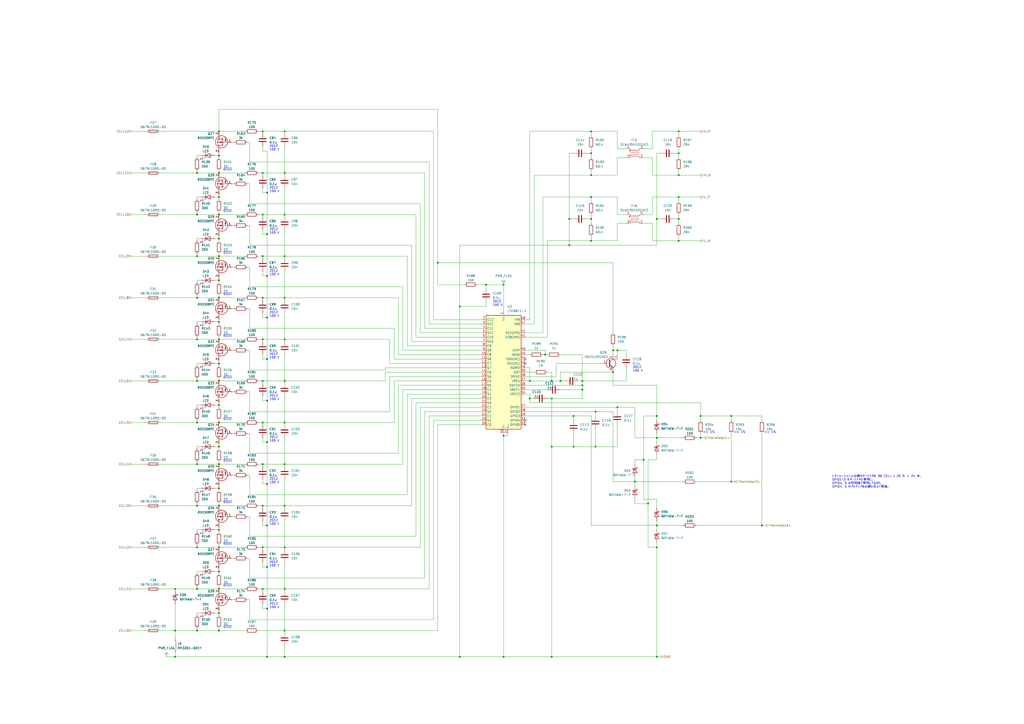
<source format=kicad_sch>
(kicad_sch (version 20230121) (generator eeschema)
  (paper "A2")
  (lib_symbols
    (symbol "Device:C" (pin_numbers hide) (pin_names (offset 0.254))
      (property "Reference" "C" (at 0.635 2.54 0))
      (property "Value" "C" (at 0.635 -2.54 0))
      (symbol "C_1_1"
        (pin passive line (at 0 3.81 270) (length 2.794) (name "~") (number "1"))
        (pin passive line (at 0 -3.81 90) (length 2.794) (name "~") (number "2"))
      )
    )
    (symbol "Device:LED" (pin_numbers hide) (pin_names (offset 1.016) hide)
      (property "Reference" "D" (at 0 2.54 0))
      (property "Value" "LED" (at 0 -2.54 0))
      (symbol "LED_1_1"
        (pin passive line (at -3.81 0 0) (length 2.54) (name "K") (number "1"))
        (pin passive line (at 3.81 0 180) (length 2.54) (name "A") (number "2"))
      )
    )
    (symbol "Device:R" (pin_numbers hide) (pin_names (offset 0))
      (property "Reference" "R" (at 2.032 0 90))
      (property "Value" "R" (at 0 0 90))
      (symbol "R_1_1"
        (pin passive line (at 0 3.81 270) (length 1.27) (name "~") (number "1"))
        (pin passive line (at 0 -3.81 90) (length 1.27) (name "~") (number "2"))
      )
    )
    (symbol "ProjectEV:BatteryManagement_LTC6811-1"
      (property "Reference" "U" (at -10.16 34.29 0))
      (property "Value" "LTC6811-1" (at -16.51 -34.29 0))
      (symbol "BatteryManagement_LTC6811-1_1_1"
        (pin power_in line (at 0 35.56 270) (length 2.54) (name "V+") (number "1"))
        (pin input line (at -12.7 10.16 0) (length 2.54) (name "C8") (number "10"))
        (pin bidirectional line (at -12.7 7.62 0) (length 2.54) (name "S8") (number "11"))
        (pin input line (at -12.7 5.08 0) (length 2.54) (name "C7") (number "12"))
        (pin bidirectional line (at -12.7 2.54 0) (length 2.54) (name "S7") (number "13"))
        (pin input line (at -12.7 0 0) (length 2.54) (name "C6") (number "14"))
        (pin bidirectional line (at -12.7 -2.54 0) (length 2.54) (name "S6") (number "15"))
        (pin input line (at -12.7 -5.08 0) (length 2.54) (name "C5") (number "16"))
        (pin bidirectional line (at -12.7 -7.62 0) (length 2.54) (name "S5") (number "17"))
        (pin input line (at -12.7 -10.16 0) (length 2.54) (name "C4") (number "18"))
        (pin bidirectional line (at -12.7 -12.7 0) (length 2.54) (name "S4") (number "19"))
        (pin input line (at -12.7 30.48 0) (length 2.54) (name "C12") (number "2"))
        (pin input line (at -12.7 -15.24 0) (length 2.54) (name "C3") (number "20"))
        (pin bidirectional line (at -12.7 -17.78 0) (length 2.54) (name "S3") (number "21"))
        (pin input line (at -12.7 -20.32 0) (length 2.54) (name "C2") (number "22"))
        (pin bidirectional line (at -12.7 -22.86 0) (length 2.54) (name "S2") (number "23"))
        (pin input line (at -12.7 -25.4 0) (length 2.54) (name "C1") (number "24"))
        (pin bidirectional line (at -12.7 -27.94 0) (length 2.54) (name "S1") (number "25"))
        (pin input line (at -12.7 -30.48 0) (length 2.54) (name "C0") (number "26"))
        (pin bidirectional line (at 12.7 -20.32 180) (length 2.54) (name "GPIO1") (number "27"))
        (pin bidirectional line (at 12.7 -22.86 180) (length 2.54) (name "GPIO2") (number "28"))
        (pin bidirectional line (at 12.7 -25.4 180) (length 2.54) (name "GPIO3") (number "29"))
        (pin bidirectional line (at -12.7 27.94 0) (length 2.54) (name "S12") (number "3"))
        (pin passive line (at 0 -35.56 90) (length 2.54) (name "V-") (number "30"))
        (pin passive line (at 2.54 -35.56 90) (length 2.54) (name "V-") (number "31"))
        (pin bidirectional line (at 12.7 -27.94 180) (length 2.54) (name "GPIO4") (number "32"))
        (pin bidirectional line (at 12.7 -30.48 180) (length 2.54) (name "GPIO5") (number "33"))
        (pin output line (at 12.7 -12.7 180) (length 2.54) (name "VREF2") (number "34"))
        (pin output line (at 12.7 -10.16 180) (length 2.54) (name "VREF1") (number "35"))
        (pin input line (at 12.7 -7.62 180) (length 2.54) (name "SWTEN") (number "36"))
        (pin input line (at 12.7 -5.08 180) (length 2.54) (name "VREG") (number "37"))
        (pin output line (at 12.7 -2.54 180) (length 2.54) (name "DRIVE") (number "38"))
        (pin output line (at 12.7 0 180) (length 2.54) (name "WDT") (number "39"))
        (pin input line (at -12.7 25.4 0) (length 2.54) (name "C11") (number "4"))
        (pin input line (at 12.7 2.54 180) (length 2.54) (name "ISOMD") (number "40"))
        (pin bidirectional line (at 12.7 20.32 180) (length 2.54) (name "CSB(IMA)") (number "41"))
        (pin bidirectional line (at 12.7 22.86 180) (length 2.54) (name "SCK(IPA)") (number "42"))
        (pin input line (at 12.7 5.08 180) (length 2.54) (name "SDI(NC)") (number "43"))
        (pin open_collector line (at 12.7 7.62 180) (length 2.54) (name "SDO(NC)") (number "44"))
        (pin passive line (at 12.7 10.16 180) (length 2.54) (name "IBIAS") (number "45"))
        (pin passive line (at 12.7 12.7 180) (length 2.54) (name "ICMP") (number "46"))
        (pin bidirectional line (at 12.7 27.94 180) (length 2.54) (name "IMB") (number "47"))
        (pin bidirectional line (at 12.7 30.48 180) (length 2.54) (name "IPB") (number "48"))
        (pin bidirectional line (at -12.7 22.86 0) (length 2.54) (name "S11") (number "5"))
        (pin input line (at -12.7 20.32 0) (length 2.54) (name "C10") (number "6"))
        (pin bidirectional line (at -12.7 17.78 0) (length 2.54) (name "S10") (number "7"))
        (pin input line (at -12.7 15.24 0) (length 2.54) (name "C9") (number "8"))
        (pin bidirectional line (at -12.7 12.7 0) (length 2.54) (name "S9") (number "9"))
      )
    )
    (symbol "ProjectEV:CommonModeChoke_DLW43SH101" (pin_names (offset 0.254) hide)
      (property "Reference" "FL" (at 0 4.445 0))
      (property "Value" "DLW43SH101" (at 0 -4.445 0))
      (symbol "CommonModeChoke_DLW43SH101_1_1"
        (pin passive line (at -5.08 -2.54 0) (length 2.54) (name "1") (number "1"))
        (pin passive line (at 5.08 -2.54 180) (length 2.54) (name "2") (number "2"))
        (pin passive line (at 5.08 2.54 180) (length 2.54) (name "3") (number "3"))
        (pin passive line (at -5.08 2.54 0) (length 2.54) (name "4") (number "4"))
      )
    )
    (symbol "ProjectEV:D_BAT46W-7-F" (pin_numbers hide) (pin_names (offset 1.016) hide)
      (property "Reference" "D" (at 0 2.54 0))
      (property "Value" "BAT46W-7-F" (at 0 -2.54 0))
      (symbol "D_BAT46W-7-F_1_1"
        (pin passive line (at -3.81 0 0) (length 2.54) (name "K") (number "1"))
        (pin passive line (at 3.81 0 180) (length 2.54) (name "A") (number "2"))
      )
    )
    (symbol "ProjectEV:Fuse_0679L1000-05" (pin_numbers hide) (pin_names (offset 0))
      (property "Reference" "F" (at 2.032 0 90))
      (property "Value" "0679L1000-05" (at -1.905 0 90))
      (symbol "Fuse_0679L1000-05_1_1"
        (pin passive line (at 0 3.81 270) (length 1.27) (name "~") (number "1"))
        (pin passive line (at 0 -3.81 90) (length 1.27) (name "~") (number "2"))
      )
    )
    (symbol "ProjectEV:L_MH3261" (pin_numbers hide) (pin_names (offset 1.016) hide)
      (property "Reference" "L" (at -1.27 0 90))
      (property "Value" "MH3261" (at 1.905 0 90))
      (symbol "L_MH3261_1_1"
        (pin passive line (at 0 3.81 270) (length 1.27) (name "1") (number "1"))
        (pin passive line (at 0 -3.81 90) (length 1.27) (name "2") (number "2"))
      )
    )
    (symbol "ProjectEV:Transistor_BSS308PE" (pin_names (offset 0) hide)
      (property "Reference" "Q" (at 5.08 1.27 0))
      (property "Value" "BSS308PE" (at 5.08 -1.27 0))
      (symbol "Transistor_BSS308PE_1_1"
        (pin input line (at -5.08 0 0) (length 2.54) (name "G") (number "1"))
        (pin passive line (at 2.54 -6.35 90) (length 2.54) (name "S") (number "2"))
        (pin passive line (at 2.54 6.35 270) (length 2.54) (name "D") (number "3"))
      )
    )
    (symbol "ProjectEV:Transistor_NSV1C201MZ4" (pin_names (offset 0) hide)
      (property "Reference" "Q" (at 5.08 1.27 0))
      (property "Value" "NSV1C201MZ4" (at 5.08 -1.27 0))
      (symbol "Transistor_NSV1C201MZ4_1_1"
        (pin passive line (at -5.08 0 0) (length 5.715) (name "B") (number "1"))
        (pin passive line (at 2.54 5.08 270) (length 2.54) (name "C") (number "2"))
        (pin passive line (at 2.54 -5.08 90) (length 2.54) (name "E") (number "3"))
        (pin passive line (at 5.08 5.08 270) (length 2.54) (name "C") (number "4"))
      )
    )
    (symbol "power:PWR_FLAG" (power) (pin_numbers hide) (pin_names (offset 0) hide)
      (property "Value" "PWR_FLAG" (at 0 3.81 0))
      (symbol "PWR_FLAG_0_0"
        (pin power_out line (at 0 0 90) (length 0) (name "pwr") (number "1"))
      )
    )
  )
  (junction (at 381 241.3))
  (junction (at 101.6 381))
  (junction (at 330.2 142.24))
  (junction (at 342.9 114.3))
  (junction (at 355.6 215.9))
  (junction (at 381 127))
  (junction (at 393.7 127))
  (junction (at 127 210.82))
  (junction (at 152.4 100.33))
  (junction (at 330.2 127))
  (junction (at 127 220.98))
  (junction (at 152.4 341.63))
  (junction (at 342.9 127))
  (junction (at 127 355.6))
  (junction (at 127 114.3))
  (junction (at 152.4 172.72))
  (junction (at 154.94 280.67))
  (junction (at 393.7 88.9))
  (junction (at 114.3 148.59))
  (junction (at 127 196.85))
  (junction (at 154.94 160.02))
  (junction (at 381 317.5))
  (junction (at 345.44 259.08))
  (junction (at 114.3 124.46))
  (junction (at 152.4 220.98))
  (junction (at 114.3 365.76))
  (junction (at 154.94 353.06))
  (junction (at 316.23 205.74))
  (junction (at 337.82 223.52))
  (junction (at 424.18 241.3))
  (junction (at 127 259.08))
  (junction (at 368.3 279.4))
  (junction (at 114.3 269.24))
  (junction (at 127 341.63))
  (junction (at 165.1 293.37))
  (junction (at 127 162.56))
  (junction (at 127 100.33))
  (junction (at 127 90.17))
  (junction (at 165.1 124.46))
  (junction (at 127 365.76))
  (junction (at 165.1 172.72))
  (junction (at 292.1 381))
  (junction (at 127 283.21))
  (junction (at 381 254))
  (junction (at 342.9 139.7))
  (junction (at 266.7 381))
  (junction (at 358.14 203.2))
  (junction (at 307.34 231.14))
  (junction (at 325.12 220.98))
  (junction (at 152.4 196.85))
  (junction (at 165.1 196.85))
  (junction (at 127 148.59))
  (junction (at 127 307.34))
  (junction (at 342.9 101.6))
  (junction (at 127 124.46))
  (junction (at 154.94 328.93))
  (junction (at 127 331.47))
  (junction (at 292.1 165.1))
  (junction (at 292.1 252.73))
  (junction (at 127 317.5))
  (junction (at 114.3 341.63))
  (junction (at 406.4 254))
  (junction (at 154.94 381))
  (junction (at 165.1 341.63))
  (junction (at 165.1 220.98))
  (junction (at 441.96 304.8))
  (junction (at 320.04 381))
  (junction (at 375.92 292.1))
  (junction (at 345.44 238.76))
  (junction (at 114.3 317.5))
  (junction (at 381 381))
  (junction (at 337.82 220.98))
  (junction (at 393.7 139.7))
  (junction (at 101.6 365.76))
  (junction (at 393.7 114.3))
  (junction (at 127 186.69))
  (junction (at 337.82 226.06))
  (junction (at 266.7 177.8))
  (junction (at 165.1 76.2))
  (junction (at 307.34 220.98))
  (junction (at 154.94 111.76))
  (junction (at 152.4 317.5))
  (junction (at 165.1 269.24))
  (junction (at 101.6 341.63))
  (junction (at 114.3 220.98))
  (junction (at 393.7 76.2))
  (junction (at 165.1 148.59))
  (junction (at 320.04 231.14))
  (junction (at 332.74 259.08))
  (junction (at 320.04 220.98))
  (junction (at 165.1 381))
  (junction (at 165.1 317.5))
  (junction (at 281.94 165.1))
  (junction (at 154.94 135.89))
  (junction (at 342.9 76.2))
  (junction (at 373.38 266.7))
  (junction (at 114.3 245.11))
  (junction (at 127 76.2))
  (junction (at 165.1 365.76))
  (junction (at 152.4 124.46))
  (junction (at 114.3 293.37))
  (junction (at 127 293.37))
  (junction (at 381 304.8))
  (junction (at 355.6 203.2))
  (junction (at 152.4 148.59))
  (junction (at 254 152.4))
  (junction (at 152.4 76.2))
  (junction (at 154.94 232.41))
  (junction (at 332.74 241.3))
  (junction (at 127 172.72))
  (junction (at 154.94 304.8))
  (junction (at 165.1 245.11))
  (junction (at 424.18 279.4))
  (junction (at 342.9 88.9))
  (junction (at 127 234.95))
  (junction (at 127 245.11))
  (junction (at 393.7 101.6))
  (junction (at 154.94 208.28))
  (junction (at 165.1 100.33))
  (junction (at 127 269.24))
  (junction (at 152.4 245.11))
  (junction (at 154.94 256.54))
  (junction (at 114.3 172.72))
  (junction (at 127 138.43))
  (junction (at 320.04 259.08))
  (junction (at 358.14 236.22))
  (junction (at 152.4 293.37))
  (junction (at 114.3 196.85))
  (junction (at 114.3 100.33))
  (junction (at 406.4 241.3))
  (junction (at 154.94 184.15))
  (junction (at 152.4 269.24))
  (no_connect (at 304.8 208.28))
  (no_connect (at 304.8 210.82))
  (no_connect (at 304.8 243.84))
  (no_connect (at 304.8 246.38))
  (wire (pts (xy 223.52 215.9) (xy 223.52 220.98)))
  (wire (pts (xy 363.22 205.74) (xy 363.22 203.2)))
  (wire (pts (xy 330.2 88.9) (xy 332.74 88.9)))
  (wire (pts (xy 149.86 220.98) (xy 152.4 220.98)))
  (wire (pts (xy 127 162.56) (xy 127 163.83)))
  (wire (pts (xy 345.44 248.92) (xy 345.44 259.08)))
  (wire (pts (xy 143.51 299.72) (xy 144.78 299.72)))
  (wire (pts (xy 279.4 215.9) (xy 223.52 215.9)))
  (wire (pts (xy 152.4 100.33) (xy 165.1 100.33)))
  (wire (pts (xy 373.38 241.3) (xy 373.38 266.7)))
  (wire (pts (xy 144.78 359.41) (xy 251.46 359.41)))
  (wire (pts (xy 335.28 220.98) (xy 337.82 220.98)))
  (wire (pts (xy 127 245.11) (xy 142.24 245.11)))
  (wire (pts (xy 116.84 259.08) (xy 114.3 259.08)))
  (wire (pts (xy 393.7 101.6) (xy 406.4 101.6)))
  (wire (pts (xy 381 223.52) (xy 381 241.3)))
  (wire (pts (xy 320.04 231.14) (xy 320.04 259.08)))
  (wire (pts (xy 114.3 292.1) (xy 114.3 293.37)))
  (wire (pts (xy 342.9 88.9) (xy 342.9 91.44)))
  (wire (pts (xy 152.4 196.85) (xy 165.1 196.85)))
  (wire (pts (xy 316.23 205.74) (xy 317.5 205.74)))
  (wire (pts (xy 114.3 162.56) (xy 114.3 163.83)))
  (wire (pts (xy 143.51 82.55) (xy 144.78 82.55)))
  (wire (pts (xy 304.8 236.22) (xy 358.14 236.22)))
  (wire (pts (xy 393.7 99.06) (xy 393.7 101.6)))
  (wire (pts (xy 127 283.21) (xy 127 284.48)))
  (wire (pts (xy 342.9 76.2) (xy 358.14 76.2)))
  (wire (pts (xy 248.92 187.96) (xy 279.4 187.96)))
  (wire (pts (xy 144.78 179.07) (xy 144.78 190.5)))
  (wire (pts (xy 358.14 129.54) (xy 363.22 129.54)))
  (wire (pts (xy 101.6 365.76) (xy 101.6 370.84)))
  (wire (pts (xy 358.14 246.38) (xy 358.14 259.08)))
  (wire (pts (xy 149.86 148.59) (xy 152.4 148.59)))
  (wire (pts (xy 116.84 114.3) (xy 114.3 114.3)))
  (wire (pts (xy 378.46 129.54) (xy 373.38 129.54)))
  (wire (pts (xy 254 165.1) (xy 269.24 165.1)))
  (wire (pts (xy 165.1 157.48) (xy 165.1 172.72)))
  (wire (pts (xy 279.4 205.74) (xy 231.14 205.74)))
  (wire (pts (xy 165.1 133.35) (xy 165.1 148.59)))
  (wire (pts (xy 76.2 341.63) (xy 85.09 341.63)))
  (wire (pts (xy 316.23 203.2) (xy 316.23 205.74)))
  (wire (pts (xy 144.78 118.11) (xy 243.84 118.11)))
  (wire (pts (xy 307.34 231.14) (xy 309.88 231.14)))
  (wire (pts (xy 292.1 381) (xy 266.7 381)))
  (wire (pts (xy 114.3 219.71) (xy 114.3 220.98)))
  (wire (pts (xy 92.71 124.46) (xy 114.3 124.46)))
  (wire (pts (xy 114.3 341.63) (xy 127 341.63)))
  (wire (pts (xy 358.14 101.6) (xy 358.14 91.44)))
  (wire (pts (xy 292.1 165.1) (xy 292.1 180.34)))
  (wire (pts (xy 154.94 256.54) (xy 154.94 280.67)))
  (wire (pts (xy 355.6 200.66) (xy 355.6 203.2)))
  (wire (pts (xy 134.62 82.55) (xy 135.89 82.55)))
  (wire (pts (xy 127 196.85) (xy 142.24 196.85)))
  (wire (pts (xy 304.8 226.06) (xy 317.5 226.06)))
  (wire (pts (xy 165.1 76.2) (xy 165.1 77.47)))
  (wire (pts (xy 134.62 106.68) (xy 135.89 106.68)))
  (wire (pts (xy 165.1 278.13) (xy 165.1 293.37)))
  (wire (pts (xy 92.71 76.2) (xy 127 76.2)))
  (wire (pts (xy 307.34 233.68) (xy 406.4 233.68)))
  (wire (pts (xy 375.92 317.5) (xy 381 317.5)))
  (wire (pts (xy 127 172.72) (xy 142.24 172.72)))
  (wire (pts (xy 127 317.5) (xy 127 316.23)))
  (wire (pts (xy 114.3 196.85) (xy 127 196.85)))
  (wire (pts (xy 127 307.34) (xy 127 308.61)))
  (wire (pts (xy 154.94 184.15) (xy 154.94 208.28)))
  (wire (pts (xy 127 257.81) (xy 127 259.08)))
  (wire (pts (xy 154.94 135.89) (xy 154.94 160.02)))
  (wire (pts (xy 393.7 76.2) (xy 393.7 78.74)))
  (wire (pts (xy 143.51 347.98) (xy 144.78 347.98)))
  (wire (pts (xy 342.9 114.3) (xy 358.14 114.3)))
  (wire (pts (xy 165.1 293.37) (xy 165.1 294.64)))
  (wire (pts (xy 307.34 231.14) (xy 307.34 228.6)))
  (wire (pts (xy 165.1 326.39) (xy 165.1 341.63)))
  (wire (pts (xy 337.82 223.52) (xy 337.82 226.06)))
  (wire (pts (xy 307.34 228.6) (xy 304.8 228.6)))
  (wire (pts (xy 101.6 378.46) (xy 101.6 381)))
  (wire (pts (xy 322.58 210.82) (xy 347.98 210.82)))
  (wire (pts (xy 165.1 109.22) (xy 165.1 124.46)))
  (wire (pts (xy 320.04 381) (xy 381 381)))
  (wire (pts (xy 241.3 195.58) (xy 241.3 124.46)))
  (wire (pts (xy 127 172.72) (xy 127 171.45)))
  (wire (pts (xy 378.46 114.3) (xy 393.7 114.3)))
  (wire (pts (xy 342.9 139.7) (xy 358.14 139.7)))
  (wire (pts (xy 378.46 139.7) (xy 378.46 129.54)))
  (wire (pts (xy 373.38 289.56) (xy 381 289.56)))
  (wire (pts (xy 304.8 185.42) (xy 307.34 185.42)))
  (wire (pts (xy 76.2 196.85) (xy 85.09 196.85)))
  (wire (pts (xy 378.46 86.36) (xy 378.46 76.2)))
  (wire (pts (xy 309.88 101.6) (xy 342.9 101.6)))
  (wire (pts (xy 124.46 259.08) (xy 127 259.08)))
  (wire (pts (xy 375.92 266.7) (xy 381 266.7)))
  (wire (pts (xy 127 306.07) (xy 127 307.34)))
  (wire (pts (xy 152.4 220.98) (xy 152.4 222.25)))
  (wire (pts (xy 381 223.52) (xy 355.6 223.52)))
  (wire (pts (xy 393.7 124.46) (xy 393.7 127)))
  (wire (pts (xy 144.78 106.68) (xy 144.78 118.11)))
  (wire (pts (xy 149.86 196.85) (xy 152.4 196.85)))
  (wire (pts (xy 223.52 213.36) (xy 279.4 213.36)))
  (wire (pts (xy 152.4 317.5) (xy 152.4 318.77)))
  (wire (pts (xy 243.84 236.22) (xy 243.84 317.5)))
  (wire (pts (xy 114.3 259.08) (xy 114.3 260.35)))
  (wire (pts (xy 116.84 210.82) (xy 114.3 210.82)))
  (wire (pts (xy 144.78 154.94) (xy 144.78 166.37)))
  (wire (pts (xy 127 90.17) (xy 127 91.44)))
  (wire (pts (xy 124.46 234.95) (xy 127 234.95)))
  (wire (pts (xy 127 259.08) (xy 127 260.35)))
  (wire (pts (xy 231.14 172.72) (xy 165.1 172.72)))
  (wire (pts (xy 134.62 275.59) (xy 135.89 275.59)))
  (wire (pts (xy 152.4 205.74) (xy 152.4 208.28)))
  (wire (pts (xy 127 269.24) (xy 142.24 269.24)))
  (wire (pts (xy 381 88.9) (xy 383.54 88.9)))
  (wire (pts (xy 320.04 215.9) (xy 320.04 220.98)))
  (wire (pts (xy 114.3 220.98) (xy 127 220.98)))
  (wire (pts (xy 154.94 160.02) (xy 154.94 184.15)))
  (wire (pts (xy 116.84 331.47) (xy 114.3 331.47)))
  (wire (pts (xy 406.4 233.68) (xy 406.4 241.3)))
  (wire (pts (xy 292.1 252.73) (xy 292.1 381)))
  (wire (pts (xy 154.94 87.63) (xy 154.94 111.76)))
  (wire (pts (xy 304.8 205.74) (xy 307.34 205.74)))
  (wire (pts (xy 246.38 238.76) (xy 279.4 238.76)))
  (wire (pts (xy 340.36 88.9) (xy 342.9 88.9)))
  (wire (pts (xy 381 304.8) (xy 342.9 304.8)))
  (wire (pts (xy 381 241.3) (xy 381 243.84)))
  (wire (pts (xy 149.86 341.63) (xy 152.4 341.63)))
  (wire (pts (xy 92.71 341.63) (xy 101.6 341.63)))
  (wire (pts (xy 127 100.33) (xy 127 99.06)))
  (wire (pts (xy 381 314.96) (xy 381 317.5)))
  (wire (pts (xy 279.4 226.06) (xy 233.68 226.06)))
  (wire (pts (xy 127 209.55) (xy 127 210.82)))
  (wire (pts (xy 165.1 181.61) (xy 165.1 196.85)))
  (wire (pts (xy 342.9 99.06) (xy 342.9 101.6)))
  (wire (pts (xy 279.4 246.38) (xy 254 246.38)))
  (wire (pts (xy 114.3 172.72) (xy 127 172.72)))
  (wire (pts (xy 124.46 331.47) (xy 127 331.47)))
  (wire (pts (xy 144.78 203.2) (xy 144.78 214.63)))
  (wire (pts (xy 304.8 220.98) (xy 307.34 220.98)))
  (wire (pts (xy 154.94 353.06) (xy 154.94 381)))
  (wire (pts (xy 340.36 127) (xy 342.9 127)))
  (wire (pts (xy 226.06 210.82) (xy 226.06 196.85)))
  (wire (pts (xy 363.22 213.36) (xy 363.22 220.98)))
  (wire (pts (xy 144.78 347.98) (xy 144.78 359.41)))
  (wire (pts (xy 368.3 292.1) (xy 375.92 292.1)))
  (wire (pts (xy 246.38 190.5) (xy 246.38 100.33)))
  (wire (pts (xy 424.18 241.3) (xy 441.96 241.3)))
  (wire (pts (xy 441.96 251.46) (xy 441.96 304.8)))
  (wire (pts (xy 127 220.98) (xy 142.24 220.98)))
  (wire (pts (xy 375.92 292.1) (xy 375.92 266.7)))
  (wire (pts (xy 127 76.2) (xy 142.24 76.2)))
  (wire (pts (xy 152.4 172.72) (xy 152.4 173.99)))
  (wire (pts (xy 152.4 76.2) (xy 152.4 77.47)))
  (wire (pts (xy 144.78 299.72) (xy 144.78 311.15)))
  (wire (pts (xy 223.52 220.98) (xy 165.1 220.98)))
  (wire (pts (xy 292.1 381) (xy 320.04 381)))
  (wire (pts (xy 165.1 205.74) (xy 165.1 220.98)))
  (wire (pts (xy 76.2 269.24) (xy 85.09 269.24)))
  (wire (pts (xy 165.1 124.46) (xy 165.1 125.73)))
  (wire (pts (xy 358.14 124.46) (xy 363.22 124.46)))
  (wire (pts (xy 165.1 196.85) (xy 165.1 198.12)))
  (wire (pts (xy 307.34 185.42) (xy 307.34 76.2)))
  (wire (pts (xy 332.74 259.08) (xy 320.04 259.08)))
  (wire (pts (xy 279.4 236.22) (xy 243.84 236.22)))
  (wire (pts (xy 304.8 223.52) (xy 337.82 223.52)))
  (wire (pts (xy 228.6 220.98) (xy 228.6 245.11)))
  (wire (pts (xy 101.6 365.76) (xy 114.3 365.76)))
  (wire (pts (xy 114.3 138.43) (xy 114.3 139.7)))
  (wire (pts (xy 144.78 275.59) (xy 144.78 287.02)))
  (wire (pts (xy 226.06 196.85) (xy 165.1 196.85)))
  (wire (pts (xy 304.8 215.9) (xy 309.88 215.9)))
  (wire (pts (xy 165.1 317.5) (xy 165.1 318.77)))
  (wire (pts (xy 332.74 251.46) (xy 332.74 259.08)))
  (wire (pts (xy 144.78 335.28) (xy 246.38 335.28)))
  (wire (pts (xy 143.51 203.2) (xy 144.78 203.2)))
  (wire (pts (xy 114.3 114.3) (xy 114.3 115.57)))
  (wire (pts (xy 251.46 243.84) (xy 279.4 243.84)))
  (wire (pts (xy 124.46 210.82) (xy 127 210.82)))
  (wire (pts (xy 304.8 193.04) (xy 314.96 193.04)))
  (wire (pts (xy 378.46 76.2) (xy 393.7 76.2)))
  (wire (pts (xy 143.51 227.33) (xy 144.78 227.33)))
  (wire (pts (xy 143.51 251.46) (xy 144.78 251.46)))
  (wire (pts (xy 149.86 76.2) (xy 152.4 76.2)))
  (wire (pts (xy 143.51 275.59) (xy 144.78 275.59)))
  (wire (pts (xy 149.86 365.76) (xy 165.1 365.76)))
  (wire (pts (xy 127 220.98) (xy 127 219.71)))
  (wire (pts (xy 373.38 86.36) (xy 378.46 86.36)))
  (wire (pts (xy 355.6 223.52) (xy 355.6 215.9)))
  (wire (pts (xy 127 148.59) (xy 127 147.32)))
  (wire (pts (xy 154.94 304.8) (xy 154.94 328.93)))
  (wire (pts (xy 149.86 269.24) (xy 152.4 269.24)))
  (wire (pts (xy 124.46 307.34) (xy 127 307.34)))
  (wire (pts (xy 127 76.2) (xy 127 63.5)))
  (wire (pts (xy 391.16 88.9) (xy 393.7 88.9)))
  (wire (pts (xy 127 341.63) (xy 127 340.36)))
  (wire (pts (xy 254 152.4) (xy 254 165.1)))
  (wire (pts (xy 76.2 365.76) (xy 85.09 365.76)))
  (wire (pts (xy 149.86 172.72) (xy 152.4 172.72)))
  (wire (pts (xy 114.3 195.58) (xy 114.3 196.85)))
  (wire (pts (xy 114.3 331.47) (xy 114.3 332.74)))
  (wire (pts (xy 424.18 279.4) (xy 426.72 279.4)))
  (wire (pts (xy 307.34 213.36) (xy 307.34 220.98)))
  (wire (pts (xy 393.7 127) (xy 393.7 129.54)))
  (wire (pts (xy 378.46 91.44) (xy 373.38 91.44)))
  (wire (pts (xy 276.86 165.1) (xy 281.94 165.1)))
  (wire (pts (xy 165.1 365.76) (xy 165.1 350.52)))
  (wire (pts (xy 279.4 185.42) (xy 251.46 185.42)))
  (wire (pts (xy 223.52 214.63) (xy 223.52 213.36)))
  (wire (pts (xy 149.86 245.11) (xy 152.4 245.11)))
  (wire (pts (xy 330.2 127) (xy 330.2 142.24)))
  (wire (pts (xy 114.3 283.21) (xy 114.3 284.48)))
  (wire (pts (xy 143.51 179.07) (xy 144.78 179.07)))
  (wire (pts (xy 76.2 148.59) (xy 85.09 148.59)))
  (wire (pts (xy 368.3 289.56) (xy 368.3 292.1)))
  (wire (pts (xy 236.22 228.6) (xy 279.4 228.6)))
  (wire (pts (xy 309.88 187.96) (xy 309.88 101.6)))
  (wire (pts (xy 143.51 106.68) (xy 144.78 106.68)))
  (wire (pts (xy 165.1 172.72) (xy 165.1 173.99)))
  (wire (pts (xy 358.14 91.44) (xy 363.22 91.44)))
  (wire (pts (xy 152.4 76.2) (xy 165.1 76.2)))
  (wire (pts (xy 116.84 307.34) (xy 114.3 307.34)))
  (wire (pts (xy 165.1 220.98) (xy 165.1 222.25)))
  (wire (pts (xy 231.14 223.52) (xy 279.4 223.52)))
  (wire (pts (xy 342.9 101.6) (xy 358.14 101.6)))
  (wire (pts (xy 92.71 293.37) (xy 114.3 293.37)))
  (wire (pts (xy 152.4 220.98) (xy 165.1 220.98)))
  (wire (pts (xy 114.3 123.19) (xy 114.3 124.46)))
  (wire (pts (xy 381 381) (xy 383.54 381)))
  (wire (pts (xy 114.3 99.06) (xy 114.3 100.33)))
  (wire (pts (xy 114.3 245.11) (xy 127 245.11)))
  (wire (pts (xy 114.3 267.97) (xy 114.3 269.24)))
  (wire (pts (xy 393.7 88.9) (xy 393.7 91.44)))
  (wire (pts (xy 76.2 245.11) (xy 85.09 245.11)))
  (wire (pts (xy 152.4 172.72) (xy 165.1 172.72)))
  (wire (pts (xy 144.78 93.98) (xy 248.92 93.98)))
  (wire (pts (xy 114.3 148.59) (xy 127 148.59)))
  (wire (pts (xy 144.78 287.02) (xy 236.22 287.02)))
  (wire (pts (xy 152.4 269.24) (xy 165.1 269.24)))
  (wire (pts (xy 342.9 137.16) (xy 342.9 139.7)))
  (wire (pts (xy 152.4 181.61) (xy 152.4 184.15)))
  (wire (pts (xy 393.7 86.36) (xy 393.7 88.9)))
  (wire (pts (xy 165.1 254) (xy 165.1 269.24)))
  (wire (pts (xy 236.22 200.66) (xy 236.22 148.59)))
  (wire (pts (xy 246.38 100.33) (xy 165.1 100.33)))
  (wire (pts (xy 281.94 175.26) (xy 281.94 177.8)))
  (wire (pts (xy 396.24 304.8) (xy 381 304.8)))
  (wire (pts (xy 342.9 124.46) (xy 342.9 127)))
  (wire (pts (xy 152.4 157.48) (xy 152.4 160.02)))
  (wire (pts (xy 152.4 328.93) (xy 154.94 328.93)))
  (wire (pts (xy 391.16 127) (xy 393.7 127)))
  (wire (pts (xy 322.58 218.44) (xy 304.8 218.44)))
  (wire (pts (xy 406.4 241.3) (xy 406.4 243.84)))
  (wire (pts (xy 152.4 109.22) (xy 152.4 111.76)))
  (wire (pts (xy 373.38 124.46) (xy 378.46 124.46)))
  (wire (pts (xy 393.7 139.7) (xy 378.46 139.7)))
  (wire (pts (xy 330.2 142.24) (xy 266.7 142.24)))
  (wire (pts (xy 368.3 279.4) (xy 368.3 281.94)))
  (wire (pts (xy 373.38 241.3) (xy 381 241.3)))
  (wire (pts (xy 279.4 200.66) (xy 236.22 200.66)))
  (wire (pts (xy 325.12 215.9) (xy 325.12 220.98)))
  (wire (pts (xy 152.4 135.89) (xy 154.94 135.89)))
  (wire (pts (xy 127 293.37) (xy 127 292.1)))
  (wire (pts (xy 143.51 154.94) (xy 144.78 154.94)))
  (wire (pts (xy 114.3 124.46) (xy 127 124.46)))
  (wire (pts (xy 134.62 347.98) (xy 135.89 347.98)))
  (wire (pts (xy 92.71 148.59) (xy 114.3 148.59)))
  (wire (pts (xy 114.3 317.5) (xy 127 317.5)))
  (wire (pts (xy 322.58 210.82) (xy 322.58 218.44)))
  (wire (pts (xy 154.94 381) (xy 165.1 381)))
  (wire (pts (xy 243.84 118.11) (xy 243.84 193.04)))
  (wire (pts (xy 127 114.3) (xy 127 115.57)))
  (wire (pts (xy 381 264.16) (xy 381 266.7)))
  (wire (pts (xy 393.7 137.16) (xy 393.7 139.7)))
  (wire (pts (xy 304.8 195.58) (xy 317.5 195.58)))
  (wire (pts (xy 152.4 350.52) (xy 152.4 353.06)))
  (wire (pts (xy 381 302.26) (xy 381 304.8)))
  (wire (pts (xy 114.3 307.34) (xy 114.3 308.61)))
  (wire (pts (xy 152.4 196.85) (xy 152.4 198.12)))
  (wire (pts (xy 254 365.76) (xy 165.1 365.76)))
  (wire (pts (xy 144.78 262.89) (xy 231.14 262.89)))
  (wire (pts (xy 144.78 311.15) (xy 241.3 311.15)))
  (wire (pts (xy 152.4 111.76) (xy 154.94 111.76)))
  (wire (pts (xy 378.46 124.46) (xy 378.46 114.3)))
  (wire (pts (xy 314.96 114.3) (xy 342.9 114.3)))
  (wire (pts (xy 152.4 280.67) (xy 154.94 280.67)))
  (wire (pts (xy 320.04 231.14) (xy 337.82 231.14)))
  (wire (pts (xy 114.3 186.69) (xy 114.3 187.96)))
  (wire (pts (xy 251.46 76.2) (xy 165.1 76.2)))
  (wire (pts (xy 358.14 203.2) (xy 358.14 205.74)))
  (wire (pts (xy 127 355.6) (xy 127 356.87)))
  (wire (pts (xy 337.82 220.98) (xy 337.82 223.52)))
  (wire (pts (xy 266.7 381) (xy 165.1 381)))
  (wire (pts (xy 124.46 114.3) (xy 127 114.3)))
  (wire (pts (xy 127 161.29) (xy 127 162.56)))
  (wire (pts (xy 279.4 210.82) (xy 226.06 210.82)))
  (wire (pts (xy 152.4 304.8) (xy 154.94 304.8)))
  (wire (pts (xy 116.84 234.95) (xy 114.3 234.95)))
  (wire (pts (xy 127 185.42) (xy 127 186.69)))
  (wire (pts (xy 393.7 139.7) (xy 406.4 139.7)))
  (wire (pts (xy 154.94 328.93) (xy 154.94 353.06)))
  (wire (pts (xy 330.2 142.24) (xy 381 142.24)))
  (wire (pts (xy 114.3 365.76) (xy 127 365.76)))
  (wire (pts (xy 368.3 236.22) (xy 358.14 236.22)))
  (wire (pts (xy 127 354.33) (xy 127 355.6)))
  (wire (pts (xy 165.1 85.09) (xy 165.1 100.33)))
  (wire (pts (xy 368.3 279.4) (xy 396.24 279.4)))
  (wire (pts (xy 144.78 323.85) (xy 144.78 335.28)))
  (wire (pts (xy 406.4 254) (xy 408.94 254)))
  (wire (pts (xy 231.14 205.74) (xy 231.14 172.72)))
  (wire (pts (xy 152.4 341.63) (xy 165.1 341.63)))
  (wire (pts (xy 149.86 124.46) (xy 152.4 124.46)))
  (wire (pts (xy 279.4 231.14) (xy 238.76 231.14)))
  (wire (pts (xy 127 138.43) (xy 127 139.7)))
  (wire (pts (xy 165.1 229.87) (xy 165.1 245.11)))
  (wire (pts (xy 76.2 76.2) (xy 85.09 76.2)))
  (wire (pts (xy 124.46 283.21) (xy 127 283.21)))
  (wire (pts (xy 114.3 243.84) (xy 114.3 245.11)))
  (wire (pts (xy 393.7 114.3) (xy 406.4 114.3)))
  (wire (pts (xy 134.62 130.81) (xy 135.89 130.81)))
  (wire (pts (xy 248.92 93.98) (xy 248.92 187.96)))
  (wire (pts (xy 127 330.2) (xy 127 331.47)))
  (wire (pts (xy 342.9 241.3) (xy 332.74 241.3)))
  (wire (pts (xy 127 234.95) (xy 127 236.22)))
  (wire (pts (xy 127 124.46) (xy 142.24 124.46)))
  (wire (pts (xy 358.14 76.2) (xy 358.14 86.36)))
  (wire (pts (xy 92.71 100.33) (xy 114.3 100.33)))
  (wire (pts (xy 76.2 220.98) (xy 85.09 220.98)))
  (wire (pts (xy 325.12 226.06) (xy 337.82 226.06)))
  (wire (pts (xy 154.94 280.67) (xy 154.94 304.8)))
  (wire (pts (xy 320.04 259.08) (xy 320.04 381)))
  (wire (pts (xy 266.7 177.8) (xy 281.94 177.8)))
  (wire (pts (xy 127 281.94) (xy 127 283.21)))
  (wire (pts (xy 92.71 220.98) (xy 114.3 220.98)))
  (wire (pts (xy 246.38 335.28) (xy 246.38 238.76)))
  (wire (pts (xy 152.4 317.5) (xy 165.1 317.5)))
  (wire (pts (xy 154.94 381) (xy 101.6 381)))
  (wire (pts (xy 228.6 190.5) (xy 228.6 208.28)))
  (wire (pts (xy 281.94 165.1) (xy 281.94 167.64)))
  (wire (pts (xy 294.64 252.73) (xy 292.1 252.73)))
  (wire (pts (xy 127 100.33) (xy 142.24 100.33)))
  (wire (pts (xy 241.3 124.46) (xy 165.1 124.46)))
  (wire (pts (xy 152.4 160.02) (xy 154.94 160.02)))
  (wire (pts (xy 226.06 238.76) (xy 226.06 218.44)))
  (wire (pts (xy 251.46 185.42) (xy 251.46 76.2)))
  (wire (pts (xy 134.62 203.2) (xy 135.89 203.2)))
  (wire (pts (xy 114.3 355.6) (xy 114.3 356.87)))
  (wire (pts (xy 330.2 88.9) (xy 330.2 127)))
  (wire (pts (xy 92.71 172.72) (xy 114.3 172.72)))
  (wire (pts (xy 317.5 231.14) (xy 320.04 231.14)))
  (wire (pts (xy 332.74 241.3) (xy 332.74 243.84)))
  (wire (pts (xy 114.3 234.95) (xy 114.3 236.22)))
  (wire (pts (xy 304.8 213.36) (xy 307.34 213.36)))
  (wire (pts (xy 381 254) (xy 381 256.54)))
  (wire (pts (xy 403.86 279.4) (xy 424.18 279.4)))
  (wire (pts (xy 248.92 341.63) (xy 165.1 341.63)))
  (wire (pts (xy 317.5 215.9) (xy 320.04 215.9)))
  (wire (pts (xy 127 365.76) (xy 127 364.49)))
  (wire (pts (xy 76.2 172.72) (xy 85.09 172.72)))
  (wire (pts (xy 251.46 359.41) (xy 251.46 243.84)))
  (wire (pts (xy 345.44 238.76) (xy 304.8 238.76)))
  (wire (pts (xy 152.4 269.24) (xy 152.4 270.51)))
  (wire (pts (xy 149.86 317.5) (xy 152.4 317.5)))
  (wire (pts (xy 441.96 304.8) (xy 444.5 304.8)))
  (wire (pts (xy 144.78 214.63) (xy 223.52 214.63)))
  (wire (pts (xy 114.3 210.82) (xy 114.3 212.09)))
  (wire (pts (xy 317.5 139.7) (xy 317.5 195.58)))
  (wire (pts (xy 144.78 227.33) (xy 144.78 238.76)))
  (wire (pts (xy 144.78 238.76) (xy 226.06 238.76)))
  (wire (pts (xy 92.71 269.24) (xy 114.3 269.24)))
  (wire (pts (xy 144.78 251.46) (xy 144.78 262.89)))
  (wire (pts (xy 233.68 203.2) (xy 279.4 203.2)))
  (wire (pts (xy 165.1 365.76) (xy 165.1 367.03)))
  (wire (pts (xy 231.14 262.89) (xy 231.14 223.52)))
  (wire (pts (xy 337.82 220.98) (xy 337.82 205.74)))
  (wire (pts (xy 116.84 186.69) (xy 114.3 186.69)))
  (wire (pts (xy 281.94 165.1) (xy 292.1 165.1)))
  (wire (pts (xy 226.06 218.44) (xy 279.4 218.44)))
  (wire (pts (xy 114.3 147.32) (xy 114.3 148.59)))
  (wire (pts (xy 358.14 203.2) (xy 363.22 203.2)))
  (wire (pts (xy 152.4 278.13) (xy 152.4 280.67)))
  (wire (pts (xy 127 124.46) (xy 127 123.19)))
  (wire (pts (xy 144.78 130.81) (xy 144.78 142.24)))
  (wire (pts (xy 114.3 340.36) (xy 114.3 341.63)))
  (wire (pts (xy 116.84 162.56) (xy 114.3 162.56)))
  (wire (pts (xy 279.4 195.58) (xy 241.3 195.58)))
  (wire (pts (xy 124.46 355.6) (xy 127 355.6)))
  (wire (pts (xy 127 233.68) (xy 127 234.95)))
  (wire (pts (xy 154.94 232.41) (xy 154.94 256.54)))
  (wire (pts (xy 149.86 293.37) (xy 152.4 293.37)))
  (wire (pts (xy 114.3 364.49) (xy 114.3 365.76)))
  (wire (pts (xy 116.84 90.17) (xy 114.3 90.17)))
  (wire (pts (xy 152.4 245.11) (xy 165.1 245.11)))
  (wire (pts (xy 403.86 304.8) (xy 441.96 304.8)))
  (wire (pts (xy 114.3 316.23) (xy 114.3 317.5)))
  (wire (pts (xy 124.46 90.17) (xy 127 90.17)))
  (wire (pts (xy 358.14 139.7) (xy 358.14 129.54)))
  (wire (pts (xy 248.92 241.3) (xy 248.92 341.63)))
  (wire (pts (xy 127 148.59) (xy 142.24 148.59)))
  (wire (pts (xy 152.4 133.35) (xy 152.4 135.89)))
  (wire (pts (xy 165.1 245.11) (xy 165.1 246.38)))
  (wire (pts (xy 406.4 254) (xy 403.86 254)))
  (wire (pts (xy 149.86 100.33) (xy 152.4 100.33)))
  (wire (pts (xy 127 88.9) (xy 127 90.17)))
  (wire (pts (xy 345.44 238.76) (xy 355.6 238.76)))
  (wire (pts (xy 254 63.5) (xy 254 152.4)))
  (wire (pts (xy 154.94 111.76) (xy 154.94 135.89)))
  (wire (pts (xy 114.3 90.17) (xy 114.3 91.44)))
  (wire (pts (xy 152.4 148.59) (xy 165.1 148.59)))
  (wire (pts (xy 342.9 114.3) (xy 342.9 116.84)))
  (wire (pts (xy 381 127) (xy 383.54 127)))
  (wire (pts (xy 134.62 323.85) (xy 135.89 323.85)))
  (wire (pts (xy 304.8 187.96) (xy 309.88 187.96)))
  (wire (pts (xy 154.94 208.28) (xy 154.94 232.41)))
  (wire (pts (xy 165.1 245.11) (xy 228.6 245.11)))
  (wire (pts (xy 393.7 114.3) (xy 393.7 116.84)))
  (wire (pts (xy 152.4 326.39) (xy 152.4 328.93)))
  (wire (pts (xy 304.8 241.3) (xy 332.74 241.3)))
  (wire (pts (xy 355.6 203.2) (xy 358.14 203.2)))
  (wire (pts (xy 124.46 138.43) (xy 127 138.43)))
  (wire (pts (xy 152.4 184.15) (xy 154.94 184.15)))
  (wire (pts (xy 152.4 341.63) (xy 152.4 342.9)))
  (wire (pts (xy 165.1 341.63) (xy 165.1 342.9)))
  (wire (pts (xy 373.38 266.7) (xy 373.38 289.56)))
  (wire (pts (xy 355.6 215.9) (xy 325.12 215.9)))
  (wire (pts (xy 314.96 205.74) (xy 316.23 205.74)))
  (wire (pts (xy 127 186.69) (xy 127 187.96)))
  (wire (pts (xy 368.3 276.86) (xy 368.3 279.4)))
  (wire (pts (xy 424.18 251.46) (xy 424.18 279.4)))
  (wire (pts (xy 127 331.47) (xy 127 332.74)))
  (wire (pts (xy 307.34 220.98) (xy 320.04 220.98)))
  (wire (pts (xy 134.62 251.46) (xy 135.89 251.46)))
  (wire (pts (xy 279.4 241.3) (xy 248.92 241.3)))
  (wire (pts (xy 165.1 374.65) (xy 165.1 381)))
  (wire (pts (xy 114.3 171.45) (xy 114.3 172.72)))
  (wire (pts (xy 92.71 245.11) (xy 114.3 245.11)))
  (wire (pts (xy 144.78 166.37) (xy 233.68 166.37)))
  (wire (pts (xy 124.46 162.56) (xy 127 162.56)))
  (wire (pts (xy 375.92 317.5) (xy 375.92 292.1)))
  (wire (pts (xy 358.14 114.3) (xy 358.14 124.46)))
  (wire (pts (xy 233.68 226.06) (xy 233.68 269.24)))
  (wire (pts (xy 76.2 293.37) (xy 85.09 293.37)))
  (wire (pts (xy 381 317.5) (xy 381 381)))
  (wire (pts (xy 144.78 82.55) (xy 144.78 93.98)))
  (wire (pts (xy 165.1 302.26) (xy 165.1 317.5)))
  (wire (pts (xy 406.4 251.46) (xy 406.4 254)))
  (wire (pts (xy 342.9 139.7) (xy 317.5 139.7)))
  (wire (pts (xy 393.7 101.6) (xy 378.46 101.6)))
  (wire (pts (xy 355.6 203.2) (xy 355.6 205.74)))
  (wire (pts (xy 424.18 241.3) (xy 406.4 241.3)))
  (wire (pts (xy 424.18 243.84) (xy 424.18 241.3)))
  (wire (pts (xy 152.4 302.26) (xy 152.4 304.8)))
  (wire (pts (xy 355.6 152.4) (xy 254 152.4)))
  (wire (pts (xy 355.6 279.4) (xy 368.3 279.4)))
  (wire (pts (xy 144.78 142.24) (xy 238.76 142.24)))
  (wire (pts (xy 325.12 220.98) (xy 327.66 220.98)))
  (wire (pts (xy 152.4 254) (xy 152.4 256.54)))
  (wire (pts (xy 233.68 269.24) (xy 165.1 269.24)))
  (wire (pts (xy 114.3 269.24) (xy 127 269.24)))
  (wire (pts (xy 76.2 317.5) (xy 85.09 317.5)))
  (wire (pts (xy 152.4 229.87) (xy 152.4 232.41)))
  (wire (pts (xy 165.1 148.59) (xy 165.1 149.86)))
  (wire (pts (xy 337.82 226.06) (xy 337.82 231.14)))
  (wire (pts (xy 358.14 236.22) (xy 358.14 238.76)))
  (wire (pts (xy 332.74 259.08) (xy 345.44 259.08)))
  (wire (pts (xy 279.4 220.98) (xy 228.6 220.98)))
  (wire (pts (xy 116.84 355.6) (xy 114.3 355.6)))
  (wire (pts (xy 254 246.38) (xy 254 365.76)))
  (wire (pts (xy 266.7 177.8) (xy 266.7 381)))
  (wire (pts (xy 243.84 317.5) (xy 165.1 317.5)))
  (wire (pts (xy 381 304.8) (xy 381 307.34)))
  (wire (pts (xy 441.96 241.3) (xy 441.96 243.84)))
  (wire (pts (xy 152.4 124.46) (xy 165.1 124.46)))
  (wire (pts (xy 236.22 287.02) (xy 236.22 228.6)))
  (wire (pts (xy 314.96 193.04) (xy 314.96 114.3)))
  (wire (pts (xy 294.64 251.46) (xy 294.64 252.73)))
  (wire (pts (xy 134.62 179.07) (xy 135.89 179.07)))
  (wire (pts (xy 368.3 254) (xy 368.3 236.22)))
  (wire (pts (xy 307.34 231.14) (xy 307.34 233.68)))
  (wire (pts (xy 241.3 233.68) (xy 279.4 233.68)))
  (wire (pts (xy 127 63.5) (xy 254 63.5)))
  (wire (pts (xy 320.04 220.98) (xy 325.12 220.98)))
  (wire (pts (xy 368.3 266.7) (xy 368.3 269.24)))
  (wire (pts (xy 101.6 350.52) (xy 101.6 365.76)))
  (wire (pts (xy 116.84 283.21) (xy 114.3 283.21)))
  (wire (pts (xy 381 142.24) (xy 381 127)))
  (wire (pts (xy 393.7 76.2) (xy 406.4 76.2)))
  (wire (pts (xy 236.22 148.59) (xy 165.1 148.59)))
  (wire (pts (xy 165.1 100.33) (xy 165.1 101.6)))
  (wire (pts (xy 143.51 323.85) (xy 144.78 323.85)))
  (wire (pts (xy 243.84 193.04) (xy 279.4 193.04)))
  (wire (pts (xy 152.4 353.06) (xy 154.94 353.06)))
  (wire (pts (xy 238.76 293.37) (xy 165.1 293.37)))
  (wire (pts (xy 381 254) (xy 368.3 254)))
  (wire (pts (xy 101.6 341.63) (xy 114.3 341.63)))
  (wire (pts (xy 124.46 186.69) (xy 127 186.69)))
  (wire (pts (xy 134.62 299.72) (xy 135.89 299.72)))
  (wire (pts (xy 330.2 127) (xy 332.74 127)))
  (wire (pts (xy 92.71 365.76) (xy 101.6 365.76)))
  (wire (pts (xy 342.9 127) (xy 342.9 129.54)))
  (wire (pts (xy 233.68 166.37) (xy 233.68 203.2)))
  (wire (pts (xy 292.1 251.46) (xy 292.1 252.73)))
  (wire (pts (xy 355.6 193.04) (xy 355.6 152.4)))
  (wire (pts (xy 114.3 293.37) (xy 127 293.37)))
  (wire (pts (xy 381 127) (xy 381 88.9)))
  (wire (pts (xy 116.84 138.43) (xy 114.3 138.43)))
  (wire (pts (xy 152.4 208.28) (xy 154.94 208.28)))
  (wire (pts (xy 342.9 304.8) (xy 342.9 241.3)))
  (wire (pts (xy 152.4 87.63) (xy 154.94 87.63)))
  (wire (pts (xy 76.2 100.33) (xy 85.09 100.33)))
  (wire (pts (xy 76.2 124.46) (xy 85.09 124.46)))
  (wire (pts (xy 114.3 100.33) (xy 127 100.33)))
  (wire (pts (xy 337.82 220.98) (xy 363.22 220.98)))
  (wire (pts (xy 127 210.82) (xy 127 212.09)))
  (wire (pts (xy 127 196.85) (xy 127 195.58)))
  (wire (pts (xy 127 365.76) (xy 142.24 365.76)))
  (wire (pts (xy 134.62 154.94) (xy 135.89 154.94)))
  (wire (pts (xy 241.3 311.15) (xy 241.3 233.68)))
  (wire (pts (xy 152.4 293.37) (xy 152.4 294.64)))
  (wire (pts (xy 342.9 76.2) (xy 342.9 78.74)))
  (wire (pts (xy 152.4 85.09) (xy 152.4 87.63)))
  (wire (pts (xy 92.71 317.5) (xy 114.3 317.5)))
  (wire (pts (xy 127 293.37) (xy 142.24 293.37)))
  (wire (pts (xy 368.3 266.7) (xy 373.38 266.7)))
  (wire (pts (xy 358.14 259.08) (xy 345.44 259.08)))
  (wire (pts (xy 152.4 148.59) (xy 152.4 149.86)))
  (wire (pts (xy 152.4 232.41) (xy 154.94 232.41)))
  (wire (pts (xy 238.76 142.24) (xy 238.76 198.12)))
  (wire (pts (xy 342.9 86.36) (xy 342.9 88.9)))
  (wire (pts (xy 143.51 130.81) (xy 144.78 130.81)))
  (wire (pts (xy 127 317.5) (xy 142.24 317.5)))
  (wire (pts (xy 101.6 342.9) (xy 101.6 341.63)))
  (wire (pts (xy 238.76 231.14) (xy 238.76 293.37)))
  (wire (pts (xy 396.24 254) (xy 381 254)))
  (wire (pts (xy 266.7 142.24) (xy 266.7 177.8)))
  (wire (pts (xy 96.52 381) (xy 101.6 381)))
  (wire (pts (xy 279.4 190.5) (xy 246.38 190.5)))
  (wire (pts (xy 144.78 190.5) (xy 228.6 190.5)))
  (wire (pts (xy 228.6 208.28) (xy 279.4 208.28)))
  (wire (pts (xy 355.6 238.76) (xy 355.6 279.4)))
  (wire (pts (xy 152.4 245.11) (xy 152.4 246.38)))
  (wire (pts (xy 165.1 269.24) (xy 165.1 270.51)))
  (wire (pts (xy 152.4 256.54) (xy 154.94 256.54)))
  (wire (pts (xy 127 341.63) (xy 142.24 341.63)))
  (wire (pts (xy 345.44 241.3) (xy 345.44 238.76)))
  (wire (pts (xy 325.12 205.74) (xy 337.82 205.74)))
  (wire (pts (xy 127 245.11) (xy 127 243.84)))
  (wire (pts (xy 381 289.56) (xy 381 294.64)))
  (wire (pts (xy 152.4 293.37) (xy 165.1 293.37)))
  (wire (pts (xy 92.71 196.85) (xy 114.3 196.85)))
  (wire (pts (xy 134.62 227.33) (xy 135.89 227.33)))
  (wire (pts (xy 358.14 86.36) (xy 363.22 86.36)))
  (wire (pts (xy 238.76 198.12) (xy 279.4 198.12)))
  (wire (pts (xy 127 113.03) (xy 127 114.3)))
  (wire (pts (xy 304.8 203.2) (xy 316.23 203.2)))
  (wire (pts (xy 152.4 124.46) (xy 152.4 125.73)))
  (wire (pts (xy 307.34 76.2) (xy 342.9 76.2)))
  (wire (pts (xy 127 137.16) (xy 127 138.43)))
  (wire (pts (xy 381 251.46) (xy 381 254)))
  (wire (pts (xy 378.46 101.6) (xy 378.46 91.44)))
  (wire (pts (xy 152.4 100.33) (xy 152.4 101.6)))
  (wire (pts (xy 127 269.24) (xy 127 267.97)))
  (text "6332" (at 129.54 99.06 0) (effects (font (size 1.27 1.27)) (justify left bottom)))
  (text "レギュレーション上必要なサーミスタは 96 CELL x 25 % = 24 本.\nGPIO1~3 をサーミスタに使用し、\nGPIO4, 5 は別用途で使用してもOK.\nGPIO4, 5 のプルアップは必要に応じて実装." (at 482.6 283.21 0) (effects (font (size 1.27 1.27)) (justify left bottom)))
  (text "2012\n100 V" (at 156.21 280.67 0) (effects (font (size 1.27 1.27)) (justify left bottom)))
  (text "<= 1%" (at 407.67 251.46 0) (effects (font (size 1.27 1.27)) (justify left bottom)))
  (text "2012\n100 V" (at 156.21 256.54 0) (effects (font (size 1.27 1.27)) (justify left bottom)))
  (text "2012\n100 V" (at 156.21 160.02 0) (effects (font (size 1.27 1.27)) (justify left bottom)))
  (text "<= 1%" (at 443.23 251.46 0) (effects (font (size 1.27 1.27)) (justify left bottom)))
  (text "6332" (at 129.54 267.97 0) (effects (font (size 1.27 1.27)) (justify left bottom)))
  (text "2012\n100 V" (at 156.21 111.76 0) (effects (font (size 1.27 1.27)) (justify left bottom)))
  (text "6332" (at 129.54 171.45 0) (effects (font (size 1.27 1.27)) (justify left bottom)))
  (text "2012\n100 V" (at 156.21 304.8 0) (effects (font (size 1.27 1.27)) (justify left bottom)))
  (text "2012\n100 V" (at 156.21 184.15 0) (effects (font (size 1.27 1.27)) (justify left bottom)))
  (text "6332" (at 129.54 316.23 0) (effects (font (size 1.27 1.27)) (justify left bottom)))
  (text "2012\n100 V" (at 156.21 135.89 0) (effects (font (size 1.27 1.27)) (justify left bottom)))
  (text "6332" (at 129.54 364.49 0) (effects (font (size 1.27 1.27)) (justify left bottom)))
  (text "2012\n100 V" (at 367.03 215.9 0) (effects (font (size 1.27 1.27)) (justify left bottom)))
  (text "6332" (at 129.54 292.1 0) (effects (font (size 1.27 1.27)) (justify left bottom)))
  (text "6332" (at 129.54 340.36 0) (effects (font (size 1.27 1.27)) (justify left bottom)))
  (text "6332" (at 129.54 219.71 0) (effects (font (size 1.27 1.27)) (justify left bottom)))
  (text "2012\n100 V" (at 285.75 177.8 0) (effects (font (size 1.27 1.27)) (justify left bottom)))
  (text "2012\n100 V" (at 156.21 87.63 0) (effects (font (size 1.27 1.27)) (justify left bottom)))
  (text "2012\n100 V" (at 156.21 353.06 0) (effects (font (size 1.27 1.27)) (justify left bottom)))
  (text "2012\n100 V" (at 156.21 232.41 0) (effects (font (size 1.27 1.27)) (justify left bottom)))
  (text "6332" (at 129.54 123.19 0) (effects (font (size 1.27 1.27)) (justify left bottom)))
  (text "6332" (at 129.54 195.58 0) (effects (font (size 1.27 1.27)) (justify left bottom)))
  (text "6332" (at 129.54 243.84 0) (effects (font (size 1.27 1.27)) (justify left bottom)))
  (text "2012\n100 V" (at 156.21 328.93 0) (effects (font (size 1.27 1.27)) (justify left bottom)))
  (text "6332" (at 129.54 147.32 0) (effects (font (size 1.27 1.27)) (justify left bottom)))
  (text "2012\n100 V" (at 156.21 208.28 0) (effects (font (size 1.27 1.27)) (justify left bottom)))
  (text "<= 1%" (at 425.45 251.46 0) (effects (font (size 1.27 1.27)) (justify left bottom)))
  (hierarchical_label "CELL5" (shape input) (at 76.2 245.11 180))
  (hierarchical_label "Thermistor1+" (shape output) (at 408.94 254 0))
  (hierarchical_label "CELL7" (shape input) (at 76.2 196.85 180))
  (hierarchical_label "CELL2" (shape input) (at 76.2 317.5 180))
  (hierarchical_label "CELL12" (shape input) (at 76.2 76.2 180))
  (hierarchical_label "CELL6" (shape input) (at 76.2 220.98 180))
  (hierarchical_label "IH_P" (shape output) (at 406.4 76.2 0))
  (hierarchical_label "CELL8" (shape input) (at 76.2 172.72 180))
  (hierarchical_label "IL_P" (shape output) (at 406.4 114.3 0))
  (hierarchical_label "CELL0" (shape input) (at 76.2 365.76 180))
  (hierarchical_label "IL_N" (shape output) (at 406.4 139.7 0))
  (hierarchical_label "CELL11" (shape input) (at 76.2 100.33 180))
  (hierarchical_label "CELL1" (shape input) (at 76.2 341.63 180))
  (hierarchical_label "IH_N" (shape output) (at 406.4 101.6 0))
  (hierarchical_label "GND" (shape output) (at 383.54 381 0))
  (hierarchical_label "CELL3" (shape input) (at 76.2 293.37 180))
  (hierarchical_label "CELL9" (shape input) (at 76.2 148.59 180))
  (hierarchical_label "CELL10" (shape input) (at 76.2 124.46 180))
  (hierarchical_label "Thermistor3+" (shape output) (at 444.5 304.8 0))
  (hierarchical_label "CELL4" (shape input) (at 76.2 269.24 180))
  (hierarchical_label "Thermistor2+" (shape output) (at 426.72 279.4 0))
  (symbol (lib_id "ProjectEV:Fuse_0679L1000-05") (at 88.9 172.72 90) (unit 1)
    (property "Reference" "F31" (at 88.9 167.64 90))
    (property "Value" "0679L1000-05" (at 88.9 170.18 90))
    (property "Footprint" "ProjectEV:Fuse_0679L" (effects hide))
    (property "Datasheet" "https://www.belfuse.com/resources/datasheets/circuitprotection/ds-cp-0679l-series.pdf" (effects hide))
  )
  (symbol (lib_id "Device:R") (at 146.05 196.85 90) (unit 1)
    (property "Reference" "R180" (at 146.05 191.77 90))
    (property "Value" "100" (at 146.05 194.31 90))
    (property "Footprint" "Resistor_SMD:R_0402_1005Metric" (effects hide))
  )
  (symbol (lib_id "Device:R") (at 139.7 154.94 90) (unit 1)
    (property "Reference" "R166" (at 139.7 149.86 90))
    (property "Value" "3k" (at 139.7 152.4 90))
    (property "Footprint" "Resistor_SMD:R_0603_1608Metric" (effects hide))
  )
  (symbol (lib_id "Device:R") (at 313.69 215.9 270) (unit 1)
    (property "Reference" "R190" (at 313.69 209.55 90))
    (property "Value" "1M" (at 313.69 212.09 90))
    (property "Footprint" "Resistor_SMD:R_0603_1608Metric" (effects hide))
  )
  (symbol (lib_id "ProjectEV:Fuse_0679L1000-05") (at 88.9 148.59 90) (unit 1)
    (property "Reference" "F30" (at 88.9 143.51 90))
    (property "Value" "0679L1000-05" (at 88.9 146.05 90))
    (property "Footprint" "ProjectEV:Fuse_0679L" (effects hide))
    (property "Datasheet" "https://www.belfuse.com/resources/datasheets/circuitprotection/ds-cp-0679l-series.pdf" (effects hide))
  )
  (symbol (lib_id "Device:R") (at 114.3 167.64 0) (unit 1)
    (property "Reference" "R142" (at 116.84 166.37 0) (effects (justify left)))
    (property "Value" "300" (at 116.84 168.91 0) (effects (justify left)))
    (property "Footprint" "Resistor_SMD:R_0603_1608Metric" (effects hide))
  )
  (symbol (lib_id "Device:R") (at 146.05 220.98 90) (unit 1)
    (property "Reference" "R181" (at 146.05 215.9 90))
    (property "Value" "100" (at 146.05 218.44 90))
    (property "Footprint" "Resistor_SMD:R_0402_1005Metric" (effects hide))
  )
  (symbol (lib_id "ProjectEV:Transistor_BSS308PE") (at 129.54 227.33 180) (unit 1)
    (property "Reference" "Q33" (at 124.46 222.25 0) (effects (justify left)))
    (property "Value" "BSS308PE" (at 124.46 224.79 0) (effects (justify left)))
    (property "Footprint" "ProjectEV:Package_SOT-23_BSS308PE" (effects hide))
    (property "Datasheet" "https://www.infineon.com/dgdl/BSS308PE_Rev2.03.pdf?folderId=db3a304314dca38901154a72e3951a65&fileId=db3a304330f686060131099c80400073" (effects hide))
  )
  (symbol (lib_id "ProjectEV:Transistor_BSS308PE") (at 129.54 275.59 180) (unit 1)
    (property "Reference" "Q35" (at 124.46 270.51 0) (effects (justify left)))
    (property "Value" "BSS308PE" (at 124.46 273.05 0) (effects (justify left)))
    (property "Footprint" "ProjectEV:Package_SOT-23_BSS308PE" (effects hide))
    (property "Datasheet" "https://www.infineon.com/dgdl/BSS308PE_Rev2.03.pdf?folderId=db3a304314dca38901154a72e3951a65&fileId=db3a304330f686060131099c80400073" (effects hide))
  )
  (symbol (lib_id "Device:R") (at 146.05 293.37 90) (unit 1)
    (property "Reference" "R184" (at 146.05 288.29 90))
    (property "Value" "100" (at 146.05 290.83 90))
    (property "Footprint" "Resistor_SMD:R_0402_1005Metric" (effects hide))
  )
  (symbol (lib_id "Device:C") (at 152.4 201.93 0) (unit 1)
    (property "Reference" "C89" (at 156.21 200.66 0) (effects (justify left)))
    (property "Value" "0.1u" (at 156.21 203.2 0) (effects (justify left)))
    (property "Footprint" "Capacitor_SMD:C_0805_2012Metric" (effects hide))
  )
  (symbol (lib_id "Device:C") (at 332.74 247.65 0) (unit 1)
    (property "Reference" "C113" (at 336.55 246.38 0) (effects (justify left)))
    (property "Value" "0.1u" (at 336.55 248.92 0) (effects (justify left)))
    (property "Footprint" "Capacitor_SMD:C_0402_1005Metric" (effects hide))
  )
  (symbol (lib_id "Device:R") (at 139.7 299.72 90) (unit 1)
    (property "Reference" "R172" (at 139.7 294.64 90))
    (property "Value" "3k" (at 139.7 297.18 90))
    (property "Footprint" "Resistor_SMD:R_0603_1608Metric" (effects hide))
  )
  (symbol (lib_id "ProjectEV:Transistor_BSS308PE") (at 129.54 323.85 180) (unit 1)
    (property "Reference" "Q37" (at 124.46 318.77 0) (effects (justify left)))
    (property "Value" "BSS308PE" (at 124.46 321.31 0) (effects (justify left)))
    (property "Footprint" "ProjectEV:Package_SOT-23_BSS308PE" (effects hide))
    (property "Datasheet" "https://www.infineon.com/dgdl/BSS308PE_Rev2.03.pdf?folderId=db3a304314dca38901154a72e3951a65&fileId=db3a304330f686060131099c80400073" (effects hide))
  )
  (symbol (lib_id "Device:R") (at 146.05 317.5 90) (unit 1)
    (property "Reference" "R185" (at 146.05 312.42 90))
    (property "Value" "100" (at 146.05 314.96 90))
    (property "Footprint" "Resistor_SMD:R_0402_1005Metric" (effects hide))
  )
  (symbol (lib_id "Device:R") (at 146.05 341.63 90) (unit 1)
    (property "Reference" "R186" (at 146.05 336.55 90))
    (property "Value" "100" (at 146.05 339.09 90))
    (property "Footprint" "Resistor_SMD:R_0402_1005Metric" (effects hide))
  )
  (symbol (lib_id "Device:LED") (at 120.65 90.17 0) (unit 1)
    (property "Reference" "D40" (at 119.38 85.09 0))
    (property "Value" "LED" (at 119.38 87.63 0))
    (property "Footprint" "LED_SMD:LED_0603_1608Metric" (effects hide))
  )
  (symbol (lib_id "Device:R") (at 139.7 275.59 90) (unit 1)
    (property "Reference" "R171" (at 139.7 270.51 90))
    (property "Value" "3k" (at 139.7 273.05 90))
    (property "Footprint" "Resistor_SMD:R_0603_1608Metric" (effects hide))
  )
  (symbol (lib_id "Device:R") (at 114.3 215.9 0) (unit 1)
    (property "Reference" "R144" (at 116.84 214.63 0) (effects (justify left)))
    (property "Value" "300" (at 116.84 217.17 0) (effects (justify left)))
    (property "Footprint" "Resistor_SMD:R_0603_1608Metric" (effects hide))
  )
  (symbol (lib_id "Device:R") (at 342.9 120.65 180) (unit 1)
    (property "Reference" "R194" (at 345.44 119.38 0) (effects (justify right)))
    (property "Value" "60.4" (at 345.44 121.92 0) (effects (justify right)))
    (property "Footprint" "Resistor_SMD:R_0603_1608Metric" (effects hide))
  )
  (symbol (lib_id "Device:C") (at 152.4 250.19 0) (unit 1)
    (property "Reference" "C91" (at 156.21 248.92 0) (effects (justify left)))
    (property "Value" "0.1u" (at 156.21 251.46 0) (effects (justify left)))
    (property "Footprint" "Capacitor_SMD:C_0805_2012Metric" (effects hide))
  )
  (symbol (lib_id "ProjectEV:D_BAT46W-7-F") (at 101.6 346.71 270) (unit 1)
    (property "Reference" "D39" (at 104.14 345.1225 90) (effects (justify left)))
    (property "Value" "BAT46W-7-F" (at 104.14 347.6625 90) (effects (justify left)))
    (property "Footprint" "ProjectEV:D_SOD-123_BAT46W-7-F" (effects hide))
    (property "Datasheet" "https://www.diodes.com/assets/Datasheets/BAT46W.pdf" (effects hide))
  )
  (symbol (lib_id "Device:R") (at 146.05 269.24 90) (unit 1)
    (property "Reference" "R183" (at 146.05 264.16 90))
    (property "Value" "100" (at 146.05 266.7 90))
    (property "Footprint" "Resistor_SMD:R_0402_1005Metric" (effects hide))
  )
  (symbol (lib_id "Device:R") (at 114.3 240.03 0) (unit 1)
    (property "Reference" "R145" (at 116.84 238.76 0) (effects (justify left)))
    (property "Value" "300" (at 116.84 241.3 0) (effects (justify left)))
    (property "Footprint" "Resistor_SMD:R_0603_1608Metric" (effects hide))
  )
  (symbol (lib_id "Device:R") (at 114.3 191.77 0) (unit 1)
    (property "Reference" "R143" (at 116.84 190.5 0) (effects (justify left)))
    (property "Value" "300" (at 116.84 193.04 0) (effects (justify left)))
    (property "Footprint" "Resistor_SMD:R_0603_1608Metric" (effects hide))
  )
  (symbol (lib_id "Device:R") (at 127 95.25 0) (unit 1)
    (property "Reference" "R151" (at 129.54 93.98 0) (effects (justify left)))
    (property "Value" "33" (at 129.54 96.52 0) (effects (justify left)))
    (property "Footprint" "Resistor_SMD:R_2512_6332Metric" (effects hide))
  )
  (symbol (lib_id "Device:R") (at 127 264.16 0) (unit 1)
    (property "Reference" "R158" (at 129.54 262.89 0) (effects (justify left)))
    (property "Value" "33" (at 129.54 265.43 0) (effects (justify left)))
    (property "Footprint" "Resistor_SMD:R_2512_6332Metric" (effects hide))
  )
  (symbol (lib_id "Device:LED") (at 120.65 210.82 0) (unit 1)
    (property "Reference" "D45" (at 119.38 205.74 0))
    (property "Value" "LED" (at 119.38 208.28 0))
    (property "Footprint" "LED_SMD:LED_0603_1608Metric" (effects hide))
  )
  (symbol (lib_id "ProjectEV:Transistor_NSV1C201MZ4") (at 353.06 210.82 0) (unit 1)
    (property "Reference" "Q39" (at 347.98 204.47 0) (effects (justify left)))
    (property "Value" "NSV1C201MZ4" (at 339.09 207.01 0) (effects (justify left)))
    (property "Footprint" "ProjectEV:Package_SOT-223" (effects hide))
    (property "Datasheet" "https://www.onsemi.com/pdf/datasheet/nss1c201mz4-d.pdf" (effects hide))
  )
  (symbol (lib_id "Device:C") (at 152.4 322.58 0) (unit 1)
    (property "Reference" "C94" (at 156.21 321.31 0) (effects (justify left)))
    (property "Value" "0.1u" (at 156.21 323.85 0) (effects (justify left)))
    (property "Footprint" "Capacitor_SMD:C_0805_2012Metric" (effects hide))
  )
  (symbol (lib_id "Device:R") (at 127 240.03 0) (unit 1)
    (property "Reference" "R157" (at 129.54 238.76 0) (effects (justify left)))
    (property "Value" "33" (at 129.54 241.3 0) (effects (justify left)))
    (property "Footprint" "Resistor_SMD:R_2512_6332Metric" (effects hide))
  )
  (symbol (lib_id "Device:LED") (at 120.65 114.3 0) (unit 1)
    (property "Reference" "D41" (at 119.38 109.22 0))
    (property "Value" "LED" (at 119.38 111.76 0))
    (property "Footprint" "LED_SMD:LED_0603_1608Metric" (effects hide))
  )
  (symbol (lib_id "Device:R") (at 139.7 106.68 90) (unit 1)
    (property "Reference" "R164" (at 139.7 101.6 90))
    (property "Value" "3k" (at 139.7 104.14 90))
    (property "Footprint" "Resistor_SMD:R_0603_1608Metric" (effects hide))
  )
  (symbol (lib_id "ProjectEV:D_BAT46W-7-F") (at 381 260.35 270) (unit 1)
    (property "Reference" "D55" (at 383.54 258.7625 90) (effects (justify left)))
    (property "Value" "BAT46W-7-F" (at 383.54 261.3025 90) (effects (justify left)))
    (property "Footprint" "ProjectEV:D_SOD-123_BAT46W-7-F" (effects hide))
    (property "Datasheet" "https://www.diodes.com/assets/Datasheets/BAT46W.pdf" (effects hide))
  )
  (symbol (lib_id "Device:R") (at 400.05 279.4 90) (unit 1)
    (property "Reference" "R202" (at 400.05 274.32 90))
    (property "Value" "100" (at 400.05 276.86 90))
    (property "Footprint" "Resistor_SMD:R_0402_1005Metric" (effects hide))
  )
  (symbol (lib_id "ProjectEV:Fuse_0679L1000-05") (at 88.9 269.24 90) (unit 1)
    (property "Reference" "F35" (at 88.9 264.16 90))
    (property "Value" "0679L1000-05" (at 88.9 266.7 90))
    (property "Footprint" "ProjectEV:Fuse_0679L" (effects hide))
    (property "Datasheet" "https://www.belfuse.com/resources/datasheets/circuitprotection/ds-cp-0679l-series.pdf" (effects hide))
  )
  (symbol (lib_id "Device:R") (at 146.05 76.2 90) (unit 1)
    (property "Reference" "R175" (at 146.05 71.12 90))
    (property "Value" "100" (at 146.05 73.66 90))
    (property "Footprint" "Resistor_SMD:R_0402_1005Metric" (effects hide))
  )
  (symbol (lib_id "ProjectEV:CommonModeChoke_DLW43SH101") (at 368.3 88.9 0) (unit 1)
    (property "Reference" "FL5" (at 367.919 81.28 0))
    (property "Value" "DLW43SH101XK2" (at 367.919 83.82 0))
    (property "Footprint" "ProjectEV:CommonModeChoke_DLW43SH101" (effects hide))
    (property "Datasheet" "https://www.murata.com/en-eu/products/productdata/8796758605854/QFLC9101.pdf" (effects hide))
  )
  (symbol (lib_id "Device:C") (at 165.1 226.06 0) (unit 1)
    (property "Reference" "C102" (at 168.91 224.79 0) (effects (justify left)))
    (property "Value" "10n" (at 168.91 227.33 0) (effects (justify left)))
    (property "Footprint" "Capacitor_SMD:C_0402_1005Metric" (effects hide))
  )
  (symbol (lib_id "Device:C") (at 165.1 346.71 0) (unit 1)
    (property "Reference" "C107" (at 168.91 345.44 0) (effects (justify left)))
    (property "Value" "10n" (at 168.91 347.98 0) (effects (justify left)))
    (property "Footprint" "Capacitor_SMD:C_0402_1005Metric" (effects hide))
  )
  (symbol (lib_id "Device:C") (at 152.4 177.8 0) (unit 1)
    (property "Reference" "C88" (at 156.21 176.53 0) (effects (justify left)))
    (property "Value" "0.1u" (at 156.21 179.07 0) (effects (justify left)))
    (property "Footprint" "Capacitor_SMD:C_0805_2012Metric" (effects hide))
  )
  (symbol (lib_id "Device:C") (at 152.4 274.32 0) (unit 1)
    (property "Reference" "C92" (at 156.21 273.05 0) (effects (justify left)))
    (property "Value" "0.1u" (at 156.21 275.59 0) (effects (justify left)))
    (property "Footprint" "Capacitor_SMD:C_0805_2012Metric" (effects hide))
  )
  (symbol (lib_id "Device:C") (at 358.14 242.57 0) (unit 1)
    (property "Reference" "C117" (at 361.95 241.3 0) (effects (justify left)))
    (property "Value" "0.1u" (at 361.95 243.84 0) (effects (justify left)))
    (property "Footprint" "Capacitor_SMD:C_0402_1005Metric" (effects hide))
  )
  (symbol (lib_id "Device:R") (at 342.9 95.25 180) (unit 1)
    (property "Reference" "R193" (at 345.44 93.98 0) (effects (justify right)))
    (property "Value" "60.4" (at 345.44 96.52 0) (effects (justify right)))
    (property "Footprint" "Resistor_SMD:R_0603_1608Metric" (effects hide))
  )
  (symbol (lib_id "Device:R") (at 441.96 247.65 0) (unit 1)
    (property "Reference" "R206" (at 444.5 246.38 0) (effects (justify left)))
    (property "Value" "10k" (at 444.5 248.92 0) (effects (justify left)))
    (property "Footprint" "Resistor_SMD:R_0402_1005Metric" (effects hide))
  )
  (symbol (lib_id "Device:C") (at 165.1 201.93 0) (unit 1)
    (property "Reference" "C101" (at 168.91 200.66 0) (effects (justify left)))
    (property "Value" "10n" (at 168.91 203.2 0) (effects (justify left)))
    (property "Footprint" "Capacitor_SMD:C_0402_1005Metric" (effects hide))
  )
  (symbol (lib_id "Device:R") (at 139.7 203.2 90) (unit 1)
    (property "Reference" "R168" (at 139.7 198.12 90))
    (property "Value" "3k" (at 139.7 200.66 90))
    (property "Footprint" "Resistor_SMD:R_0603_1608Metric" (effects hide))
  )
  (symbol (lib_id "Device:C") (at 336.55 127 90) (unit 1)
    (property "Reference" "C115" (at 336.55 119.38 90))
    (property "Value" "10n" (at 336.55 121.92 90))
    (property "Footprint" "Capacitor_SMD:C_0402_1005Metric" (effects hide))
  )
  (symbol (lib_id "Device:C") (at 331.47 220.98 90) (unit 1)
    (property "Reference" "C112" (at 335.28 217.17 90))
    (property "Value" "1u" (at 334.01 219.71 90))
    (property "Footprint" "Capacitor_SMD:C_0402_1005Metric" (effects hide))
  )
  (symbol (lib_id "Device:C") (at 152.4 105.41 0) (unit 1)
    (property "Reference" "C85" (at 156.21 104.14 0) (effects (justify left)))
    (property "Value" "0.1u" (at 156.21 106.68 0) (effects (justify left)))
    (property "Footprint" "Capacitor_SMD:C_0805_2012Metric" (effects hide))
  )
  (symbol (lib_id "ProjectEV:Fuse_0679L1000-05") (at 88.9 341.63 90) (unit 1)
    (property "Reference" "F38" (at 88.9 336.55 90))
    (property "Value" "0679L1000-05" (at 88.9 339.09 90))
    (property "Footprint" "ProjectEV:Fuse_0679L" (effects hide))
    (property "Datasheet" "https://www.belfuse.com/resources/datasheets/circuitprotection/ds-cp-0679l-series.pdf" (effects hide))
  )
  (symbol (lib_id "Device:C") (at 165.1 274.32 0) (unit 1)
    (property "Reference" "C104" (at 168.91 273.05 0) (effects (justify left)))
    (property "Value" "10n" (at 168.91 275.59 0) (effects (justify left)))
    (property "Footprint" "Capacitor_SMD:C_0402_1005Metric" (effects hide))
  )
  (symbol (lib_id "ProjectEV:D_BAT46W-7-F") (at 368.3 285.75 270) (unit 1)
    (property "Reference" "D53" (at 361.95 284.48 90) (effects (justify left)))
    (property "Value" "BAT46W-7-F" (at 353.06 287.02 90) (effects (justify left)))
    (property "Footprint" "ProjectEV:D_SOD-123_BAT46W-7-F" (effects hide))
    (property "Datasheet" "https://www.diodes.com/assets/Datasheets/BAT46W.pdf" (effects hide))
  )
  (symbol (lib_id "Device:C") (at 387.35 88.9 90) (unit 1)
    (property "Reference" "C119" (at 387.35 81.28 90))
    (property "Value" "10n" (at 387.35 83.82 90))
    (property "Footprint" "Capacitor_SMD:C_0402_1005Metric" (effects hide))
  )
  (symbol (lib_id "Device:R") (at 355.6 196.85 180) (unit 1)
    (property "Reference" "R196" (at 358.14 195.58 0) (effects (justify right)))
    (property "Value" "100" (at 358.14 198.12 0) (effects (justify right)))
    (property "Footprint" "Resistor_SMD:R_0603_1608Metric" (effects hide))
  )
  (symbol (lib_id "Device:C") (at 363.22 209.55 0) (unit 1)
    (property "Reference" "C118" (at 367.03 208.28 0) (effects (justify left)))
    (property "Value" "0.1u" (at 367.03 210.82 0) (effects (justify left)))
    (property "Footprint" "Capacitor_SMD:C_0805_2012Metric" (effects hide))
  )
  (symbol (lib_id "Device:LED") (at 120.65 355.6 0) (unit 1)
    (property "Reference" "D51" (at 119.38 350.52 0))
    (property "Value" "LED" (at 119.38 353.06 0))
    (property "Footprint" "LED_SMD:LED_0603_1608Metric" (effects hide))
  )
  (symbol (lib_id "Device:C") (at 165.1 129.54 0) (unit 1)
    (property "Reference" "C98" (at 168.91 128.27 0) (effects (justify left)))
    (property "Value" "10n" (at 168.91 130.81 0) (effects (justify left)))
    (property "Footprint" "Capacitor_SMD:C_0402_1005Metric" (effects hide))
  )
  (symbol (lib_id "Device:R") (at 114.3 264.16 0) (unit 1)
    (property "Reference" "R146" (at 116.84 262.89 0) (effects (justify left)))
    (property "Value" "300" (at 116.84 265.43 0) (effects (justify left)))
    (property "Footprint" "Resistor_SMD:R_0603_1608Metric" (effects hide))
  )
  (symbol (lib_id "Device:R") (at 393.7 95.25 180) (unit 1)
    (property "Reference" "R198" (at 396.24 93.98 0) (effects (justify right)))
    (property "Value" "294" (at 396.24 96.52 0) (effects (justify right)))
    (property "Footprint" "Resistor_SMD:R_0603_1608Metric" (effects hide))
  )
  (symbol (lib_id "Device:R") (at 114.3 119.38 0) (unit 1)
    (property "Reference" "R140" (at 116.84 118.11 0) (effects (justify left)))
    (property "Value" "300" (at 116.84 120.65 0) (effects (justify left)))
    (property "Footprint" "Resistor_SMD:R_0603_1608Metric" (effects hide))
  )
  (symbol (lib_id "Device:R") (at 424.18 247.65 0) (unit 1)
    (property "Reference" "R205" (at 426.72 246.38 0) (effects (justify left)))
    (property "Value" "10k" (at 426.72 248.92 0) (effects (justify left)))
    (property "Footprint" "Resistor_SMD:R_0402_1005Metric" (effects hide))
  )
  (symbol (lib_id "Device:R") (at 114.3 336.55 0) (unit 1)
    (property "Reference" "R149" (at 116.84 335.28 0) (effects (justify left)))
    (property "Value" "300" (at 116.84 337.82 0) (effects (justify left)))
    (property "Footprint" "Resistor_SMD:R_0603_1608Metric" (effects hide))
  )
  (symbol (lib_id "Device:R") (at 311.15 205.74 270) (unit 1)
    (property "Reference" "R189" (at 311.15 199.39 90))
    (property "Value" "1k" (at 311.15 201.93 90))
    (property "Footprint" "Resistor_SMD:R_0402_1005Metric" (effects hide))
  )
  (symbol (lib_id "ProjectEV:Fuse_0679L1000-05") (at 88.9 76.2 90) (unit 1)
    (property "Reference" "F27" (at 88.9 71.12 90))
    (property "Value" "0679L1000-05" (at 88.9 73.66 90))
    (property "Footprint" "ProjectEV:Fuse_0679L" (effects hide))
    (property "Datasheet" "https://www.belfuse.com/resources/datasheets/circuitprotection/ds-cp-0679l-series.pdf" (effects hide))
  )
  (symbol (lib_id "ProjectEV:CommonModeChoke_DLW43SH101") (at 368.3 127 0) (unit 1)
    (property "Reference" "FL6" (at 367.919 119.38 0))
    (property "Value" "DLW43SH101XK2" (at 367.919 121.92 0))
    (property "Footprint" "ProjectEV:CommonModeChoke_DLW43SH101" (effects hide))
    (property "Datasheet" "https://www.murata.com/en-eu/products/productdata/8796758605854/QFLC9101.pdf" (effects hide))
  )
  (symbol (lib_id "ProjectEV:Fuse_0679L1000-05") (at 88.9 100.33 90) (unit 1)
    (property "Reference" "F28" (at 88.9 95.25 90))
    (property "Value" "0679L1000-05" (at 88.9 97.79 90))
    (property "Footprint" "ProjectEV:Fuse_0679L" (effects hide))
    (property "Datasheet" "https://www.belfuse.com/resources/datasheets/circuitprotection/ds-cp-0679l-series.pdf" (effects hide))
  )
  (symbol (lib_id "ProjectEV:Transistor_BSS308PE") (at 129.54 130.81 180) (unit 1)
    (property "Reference" "Q29" (at 124.46 125.73 0) (effects (justify left)))
    (property "Value" "BSS308PE" (at 124.46 128.27 0) (effects (justify left)))
    (property "Footprint" "ProjectEV:Package_SOT-23_BSS308PE" (effects hide))
    (property "Datasheet" "https://www.infineon.com/dgdl/BSS308PE_Rev2.03.pdf?folderId=db3a304314dca38901154a72e3951a65&fileId=db3a304330f686060131099c80400073" (effects hide))
  )
  (symbol (lib_id "ProjectEV:Transistor_BSS308PE") (at 129.54 179.07 180) (unit 1)
    (property "Reference" "Q31" (at 124.46 173.99 0) (effects (justify left)))
    (property "Value" "BSS308PE" (at 124.46 176.53 0) (effects (justify left)))
    (property "Footprint" "ProjectEV:Package_SOT-23_BSS308PE" (effects hide))
    (property "Datasheet" "https://www.infineon.com/dgdl/BSS308PE_Rev2.03.pdf?folderId=db3a304314dca38901154a72e3951a65&fileId=db3a304330f686060131099c80400073" (effects hide))
  )
  (symbol (lib_id "Device:C") (at 165.1 298.45 0) (unit 1)
    (property "Reference" "C105" (at 168.91 297.18 0) (effects (justify left)))
    (property "Value" "10n" (at 168.91 299.72 0) (effects (justify left)))
    (property "Footprint" "Capacitor_SMD:C_0402_1005Metric" (effects hide))
  )
  (symbol (lib_id "ProjectEV:D_BAT46W-7-F") (at 381 298.45 270) (unit 1)
    (property "Reference" "D56" (at 383.54 296.8625 90) (effects (justify left)))
    (property "Value" "BAT46W-7-F" (at 383.54 299.4025 90) (effects (justify left)))
    (property "Footprint" "ProjectEV:D_SOD-123_BAT46W-7-F" (effects hide))
    (property "Datasheet" "https://www.diodes.com/assets/Datasheets/BAT46W.pdf" (effects hide))
  )
  (symbol (lib_id "Device:R") (at 139.7 82.55 90) (unit 1)
    (property "Reference" "R163" (at 139.7 77.47 90))
    (property "Value" "3k" (at 139.7 80.01 90))
    (property "Footprint" "Resistor_SMD:R_0603_1608Metric" (effects hide))
  )
  (symbol (lib_id "Device:R") (at 127 360.68 0) (unit 1)
    (property "Reference" "R162" (at 129.54 359.41 0) (effects (justify left)))
    (property "Value" "33" (at 129.54 361.95 0) (effects (justify left)))
    (property "Footprint" "Resistor_SMD:R_2512_6332Metric" (effects hide))
  )
  (symbol (lib_id "Device:C") (at 165.1 153.67 0) (unit 1)
    (property "Reference" "C99" (at 168.91 152.4 0) (effects (justify left)))
    (property "Value" "10n" (at 168.91 154.94 0) (effects (justify left)))
    (property "Footprint" "Capacitor_SMD:C_0402_1005Metric" (effects hide))
  )
  (symbol (lib_id "Device:R") (at 406.4 247.65 0) (unit 1)
    (property "Reference" "R204" (at 408.94 246.38 0) (effects (justify left)))
    (property "Value" "10k" (at 408.94 248.92 0) (effects (justify left)))
    (property "Footprint" "Resistor_SMD:R_0402_1005Metric" (effects hide))
  )
  (symbol (lib_id "Device:R") (at 400.05 304.8 90) (unit 1)
    (property "Reference" "R203" (at 400.05 299.72 90))
    (property "Value" "100" (at 400.05 302.26 90))
    (property "Footprint" "Resistor_SMD:R_0402_1005Metric" (effects hide))
  )
  (symbol (lib_id "power:PWR_FLAG") (at 292.1 165.1 0) (unit 1)
    (property "Reference" "#FLG09" (effects hide))
    (property "Value" "PWR_FLAG" (at 292.1 160.02 0))
  )
  (symbol (lib_id "Device:R") (at 146.05 124.46 90) (unit 1)
    (property "Reference" "R177" (at 146.05 119.38 90))
    (property "Value" "100" (at 146.05 121.92 90))
    (property "Footprint" "Resistor_SMD:R_0402_1005Metric" (effects hide))
  )
  (symbol (lib_id "Device:C") (at 152.4 346.71 0) (unit 1)
    (property "Reference" "C95" (at 156.21 345.44 0) (effects (justify left)))
    (property "Value" "0.1u" (at 156.21 347.98 0) (effects (justify left)))
    (property "Footprint" "Capacitor_SMD:C_0805_2012Metric" (effects hide))
  )
  (symbol (lib_id "Device:R") (at 114.3 143.51 0) (unit 1)
    (property "Reference" "R141" (at 116.84 142.24 0) (effects (justify left)))
    (property "Value" "300" (at 116.84 144.78 0) (effects (justify left)))
    (property "Footprint" "Resistor_SMD:R_0603_1608Metric" (effects hide))
  )
  (symbol (lib_id "ProjectEV:Transistor_BSS308PE") (at 129.54 106.68 180) (unit 1)
    (property "Reference" "Q28" (at 124.46 101.6 0) (effects (justify left)))
    (property "Value" "BSS308PE" (at 124.46 104.14 0) (effects (justify left)))
    (property "Footprint" "ProjectEV:Package_SOT-23_BSS308PE" (effects hide))
    (property "Datasheet" "https://www.infineon.com/dgdl/BSS308PE_Rev2.03.pdf?folderId=db3a304314dca38901154a72e3951a65&fileId=db3a304330f686060131099c80400073" (effects hide))
  )
  (symbol (lib_id "Device:R") (at 393.7 133.35 180) (unit 1)
    (property "Reference" "R200" (at 396.24 132.08 0) (effects (justify right)))
    (property "Value" "294" (at 396.24 134.62 0) (effects (justify right)))
    (property "Footprint" "Resistor_SMD:R_0603_1608Metric" (effects hide))
  )
  (symbol (lib_id "ProjectEV:Transistor_BSS308PE") (at 129.54 251.46 180) (unit 1)
    (property "Reference" "Q34" (at 124.46 246.38 0) (effects (justify left)))
    (property "Value" "BSS308PE" (at 124.46 248.92 0) (effects (justify left)))
    (property "Footprint" "ProjectEV:Package_SOT-23_BSS308PE" (effects hide))
    (property "Datasheet" "https://www.infineon.com/dgdl/BSS308PE_Rev2.03.pdf?folderId=db3a304314dca38901154a72e3951a65&fileId=db3a304330f686060131099c80400073" (effects hide))
  )
  (symbol (lib_id "Device:R") (at 139.7 227.33 90) (unit 1)
    (property "Reference" "R169" (at 139.7 222.25 90))
    (property "Value" "3k" (at 139.7 224.79 90))
    (property "Footprint" "Resistor_SMD:R_0603_1608Metric" (effects hide))
  )
  (symbol (lib_id "Device:R") (at 114.3 312.42 0) (unit 1)
    (property "Reference" "R148" (at 116.84 311.15 0) (effects (justify left)))
    (property "Value" "300" (at 116.84 313.69 0) (effects (justify left)))
    (property "Footprint" "Resistor_SMD:R_0603_1608Metric" (effects hide))
  )
  (symbol (lib_id "Device:LED") (at 120.65 186.69 0) (unit 1)
    (property "Reference" "D44" (at 119.38 181.61 0))
    (property "Value" "LED" (at 119.38 184.15 0))
    (property "Footprint" "LED_SMD:LED_0603_1608Metric" (effects hide))
  )
  (symbol (lib_id "ProjectEV:Transistor_BSS308PE") (at 129.54 347.98 180) (unit 1)
    (property "Reference" "Q38" (at 124.46 342.9 0) (effects (justify left)))
    (property "Value" "BSS308PE" (at 124.46 345.44 0) (effects (justify left)))
    (property "Footprint" "ProjectEV:Package_SOT-23_BSS308PE" (effects hide))
    (property "Datasheet" "https://www.infineon.com/dgdl/BSS308PE_Rev2.03.pdf?folderId=db3a304314dca38901154a72e3951a65&fileId=db3a304330f686060131099c80400073" (effects hide))
  )
  (symbol (lib_id "ProjectEV:Fuse_0679L1000-05") (at 88.9 365.76 90) (unit 1)
    (property "Reference" "F39" (at 88.9 360.68 90))
    (property "Value" "0679L1000-05" (at 88.9 363.22 90))
    (property "Footprint" "ProjectEV:Fuse_0679L" (effects hide))
    (property "Datasheet" "https://www.belfuse.com/resources/datasheets/circuitprotection/ds-cp-0679l-series.pdf" (effects hide))
  )
  (symbol (lib_id "Device:R") (at 127 167.64 0) (unit 1)
    (property "Reference" "R154" (at 129.54 166.37 0) (effects (justify left)))
    (property "Value" "33" (at 129.54 168.91 0) (effects (justify left)))
    (property "Footprint" "Resistor_SMD:R_2512_6332Metric" (effects hide))
  )
  (symbol (lib_id "Device:C") (at 152.4 226.06 0) (unit 1)
    (property "Reference" "C90" (at 156.21 224.79 0) (effects (justify left)))
    (property "Value" "0.1u" (at 156.21 227.33 0) (effects (justify left)))
    (property "Footprint" "Capacitor_SMD:C_0805_2012Metric" (effects hide))
  )
  (symbol (lib_id "Device:R") (at 127 143.51 0) (unit 1)
    (property "Reference" "R153" (at 129.54 142.24 0) (effects (justify left)))
    (property "Value" "33" (at 129.54 144.78 0) (effects (justify left)))
    (property "Footprint" "Resistor_SMD:R_2512_6332Metric" (effects hide))
  )
  (symbol (lib_id "ProjectEV:Fuse_0679L1000-05") (at 88.9 220.98 90) (unit 1)
    (property "Reference" "F33" (at 88.9 215.9 90))
    (property "Value" "0679L1000-05" (at 88.9 218.44 90))
    (property "Footprint" "ProjectEV:Fuse_0679L" (effects hide))
    (property "Datasheet" "https://www.belfuse.com/resources/datasheets/circuitprotection/ds-cp-0679l-series.pdf" (effects hide))
  )
  (symbol (lib_id "Device:R") (at 139.7 179.07 90) (unit 1)
    (property "Reference" "R167" (at 139.7 173.99 90))
    (property "Value" "3k" (at 139.7 176.53 90))
    (property "Footprint" "Resistor_SMD:R_0603_1608Metric" (effects hide))
  )
  (symbol (lib_id "Device:R") (at 114.3 360.68 0) (unit 1)
    (property "Reference" "R150" (at 116.84 359.41 0) (effects (justify left)))
    (property "Value" "300" (at 116.84 361.95 0) (effects (justify left)))
    (property "Footprint" "Resistor_SMD:R_0603_1608Metric" (effects hide))
  )
  (symbol (lib_id "Device:R") (at 127 312.42 0) (unit 1)
    (property "Reference" "R160" (at 129.54 311.15 0) (effects (justify left)))
    (property "Value" "33" (at 129.54 313.69 0) (effects (justify left)))
    (property "Footprint" "Resistor_SMD:R_2512_6332Metric" (effects hide))
  )
  (symbol (lib_id "Device:C") (at 165.1 81.28 0) (unit 1)
    (property "Reference" "C96" (at 168.91 80.01 0) (effects (justify left)))
    (property "Value" "10n" (at 168.91 82.55 0) (effects (justify left)))
    (property "Footprint" "Capacitor_SMD:C_0402_1005Metric" (effects hide))
  )
  (symbol (lib_id "Device:R") (at 127 191.77 0) (unit 1)
    (property "Reference" "R155" (at 129.54 190.5 0) (effects (justify left)))
    (property "Value" "33" (at 129.54 193.04 0) (effects (justify left)))
    (property "Footprint" "Resistor_SMD:R_2512_6332Metric" (effects hide))
  )
  (symbol (lib_id "Device:LED") (at 120.65 162.56 0) (unit 1)
    (property "Reference" "D43" (at 119.38 157.48 0))
    (property "Value" "LED" (at 119.38 160.02 0))
    (property "Footprint" "LED_SMD:LED_0603_1608Metric" (effects hide))
  )
  (symbol (lib_id "Device:R") (at 146.05 172.72 90) (unit 1)
    (property "Reference" "R179" (at 146.05 167.64 90))
    (property "Value" "100" (at 146.05 170.18 90))
    (property "Footprint" "Resistor_SMD:R_0402_1005Metric" (effects hide))
  )
  (symbol (lib_id "Device:R") (at 127 215.9 0) (unit 1)
    (property "Reference" "R156" (at 129.54 214.63 0) (effects (justify left)))
    (property "Value" "33" (at 129.54 217.17 0) (effects (justify left)))
    (property "Footprint" "Resistor_SMD:R_2512_6332Metric" (effects hide))
  )
  (symbol (lib_id "Device:C") (at 165.1 105.41 0) (unit 1)
    (property "Reference" "C97" (at 168.91 104.14 0) (effects (justify left)))
    (property "Value" "10n" (at 168.91 106.68 0) (effects (justify left)))
    (property "Footprint" "Capacitor_SMD:C_0402_1005Metric" (effects hide))
  )
  (symbol (lib_id "Device:R") (at 139.7 323.85 90) (unit 1)
    (property "Reference" "R173" (at 139.7 318.77 90))
    (property "Value" "3k" (at 139.7 321.31 90))
    (property "Footprint" "Resistor_SMD:R_0603_1608Metric" (effects hide))
  )
  (symbol (lib_id "Device:R") (at 139.7 347.98 90) (unit 1)
    (property "Reference" "R174" (at 139.7 342.9 90))
    (property "Value" "3k" (at 139.7 345.44 90))
    (property "Footprint" "Resistor_SMD:R_0603_1608Metric" (effects hide))
  )
  (symbol (lib_id "Device:R") (at 146.05 148.59 90) (unit 1)
    (property "Reference" "R178" (at 146.05 143.51 90))
    (property "Value" "100" (at 146.05 146.05 90))
    (property "Footprint" "Resistor_SMD:R_0402_1005Metric" (effects hide))
  )
  (symbol (lib_id "Device:R") (at 127 119.38 0) (unit 1)
    (property "Reference" "R152" (at 129.54 118.11 0) (effects (justify left)))
    (property "Value" "33" (at 129.54 120.65 0) (effects (justify left)))
    (property "Footprint" "Resistor_SMD:R_2512_6332Metric" (effects hide))
  )
  (symbol (lib_id "Device:R") (at 342.9 133.35 180) (unit 1)
    (property "Reference" "R195" (at 345.44 132.08 0) (effects (justify right)))
    (property "Value" "60.4" (at 345.44 134.62 0) (effects (justify right)))
    (property "Footprint" "Resistor_SMD:R_0603_1608Metric" (effects hide))
  )
  (symbol (lib_id "ProjectEV:D_BAT46W-7-F") (at 381 247.65 270) (unit 1)
    (property "Reference" "D54" (at 383.54 246.0625 90) (effects (justify left)))
    (property "Value" "BAT46W-7-F" (at 383.54 248.6025 90) (effects (justify left)))
    (property "Footprint" "ProjectEV:D_SOD-123_BAT46W-7-F" (effects hide))
    (property "Datasheet" "https://www.diodes.com/assets/Datasheets/BAT46W.pdf" (effects hide))
  )
  (symbol (lib_id "ProjectEV:Transistor_BSS308PE") (at 129.54 299.72 180) (unit 1)
    (property "Reference" "Q36" (at 124.46 294.64 0) (effects (justify left)))
    (property "Value" "BSS308PE" (at 124.46 297.18 0) (effects (justify left)))
    (property "Footprint" "ProjectEV:Package_SOT-23_BSS308PE" (effects hide))
    (property "Datasheet" "https://www.infineon.com/dgdl/BSS308PE_Rev2.03.pdf?folderId=db3a304314dca38901154a72e3951a65&fileId=db3a304330f686060131099c80400073" (effects hide))
  )
  (symbol (lib_id "ProjectEV:Fuse_0679L1000-05") (at 88.9 317.5 90) (unit 1)
    (property "Reference" "F37" (at 88.9 312.42 90))
    (property "Value" "0679L1000-05" (at 88.9 314.96 90))
    (property "Footprint" "ProjectEV:Fuse_0679L" (effects hide))
    (property "Datasheet" "https://www.belfuse.com/resources/datasheets/circuitprotection/ds-cp-0679l-series.pdf" (effects hide))
  )
  (symbol (lib_id "Device:C") (at 387.35 127 90) (unit 1)
    (property "Reference" "C120" (at 387.35 119.38 90))
    (property "Value" "10n" (at 387.35 121.92 90))
    (property "Footprint" "Capacitor_SMD:C_0402_1005Metric" (effects hide))
  )
  (symbol (lib_id "Device:LED") (at 120.65 283.21 0) (unit 1)
    (property "Reference" "D48" (at 119.38 278.13 0))
    (property "Value" "LED" (at 119.38 280.67 0))
    (property "Footprint" "LED_SMD:LED_0603_1608Metric" (effects hide))
  )
  (symbol (lib_id "ProjectEV:D_BAT46W-7-F") (at 381 311.15 270) (unit 1)
    (property "Reference" "D57" (at 383.54 309.5625 90) (effects (justify left)))
    (property "Value" "BAT46W-7-F" (at 383.54 312.1025 90) (effects (justify left)))
    (property "Footprint" "ProjectEV:D_SOD-123_BAT46W-7-F" (effects hide))
    (property "Datasheet" "https://www.diodes.com/assets/Datasheets/BAT46W.pdf" (effects hide))
  )
  (symbol (lib_id "Device:C") (at 165.1 370.84 0) (unit 1)
    (property "Reference" "C108" (at 168.91 369.57 0) (effects (justify left)))
    (property "Value" "10n" (at 168.91 372.11 0) (effects (justify left)))
    (property "Footprint" "Capacitor_SMD:C_0402_1005Metric" (effects hide))
  )
  (symbol (lib_id "Device:R") (at 127 336.55 0) (unit 1)
    (property "Reference" "R161" (at 129.54 335.28 0) (effects (justify left)))
    (property "Value" "33" (at 129.54 337.82 0) (effects (justify left)))
    (property "Footprint" "Resistor_SMD:R_2512_6332Metric" (effects hide))
  )
  (symbol (lib_id "Device:C") (at 165.1 322.58 0) (unit 1)
    (property "Reference" "C106" (at 168.91 321.31 0) (effects (justify left)))
    (property "Value" "10n" (at 168.91 323.85 0) (effects (justify left)))
    (property "Footprint" "Capacitor_SMD:C_0402_1005Metric" (effects hide))
  )
  (symbol (lib_id "Device:R") (at 273.05 165.1 90) (unit 1)
    (property "Reference" "R188" (at 273.05 160.02 90))
    (property "Value" "100" (at 273.05 162.56 90))
    (property "Footprint" "Resistor_SMD:R_0603_1608Metric" (effects hide))
  )
  (symbol (lib_id "ProjectEV:Fuse_0679L1000-05") (at 88.9 245.11 90) (unit 1)
    (property "Reference" "F34" (at 88.9 240.03 90))
    (property "Value" "0679L1000-05" (at 88.9 242.57 90))
    (property "Footprint" "ProjectEV:Fuse_0679L" (effects hide))
    (property "Datasheet" "https://www.belfuse.com/resources/datasheets/circuitprotection/ds-cp-0679l-series.pdf" (effects hide))
  )
  (symbol (lib_id "Device:LED") (at 120.65 331.47 0) (unit 1)
    (property "Reference" "D50" (at 119.38 326.39 0))
    (property "Value" "LED" (at 119.38 328.93 0))
    (property "Footprint" "LED_SMD:LED_0603_1608Metric" (effects hide))
  )
  (symbol (lib_id "Device:C") (at 152.4 153.67 0) (unit 1)
    (property "Reference" "C87" (at 156.21 152.4 0) (effects (justify left)))
    (property "Value" "0.1u" (at 156.21 154.94 0) (effects (justify left)))
    (property "Footprint" "Capacitor_SMD:C_0805_2012Metric" (effects hide))
  )
  (symbol (lib_id "Device:R") (at 139.7 130.81 90) (unit 1)
    (property "Reference" "R165" (at 139.7 125.73 90))
    (property "Value" "3k" (at 139.7 128.27 90))
    (property "Footprint" "Resistor_SMD:R_0603_1608Metric" (effects hide))
  )
  (symbol (lib_id "Device:C") (at 152.4 298.45 0) (unit 1)
    (property "Reference" "C93" (at 156.21 297.18 0) (effects (justify left)))
    (property "Value" "0.1u" (at 156.21 299.72 0) (effects (justify left)))
    (property "Footprint" "Capacitor_SMD:C_0805_2012Metric" (effects hide))
  )
  (symbol (lib_id "ProjectEV:L_MH3261") (at 101.6 374.65 0) (unit 1)
    (property "Reference" "L9" (at 102.87 373.38 0) (effects (justify left)))
    (property "Value" "MH3261-601Y" (at 102.87 375.92 0) (effects (justify left)))
    (property "Footprint" "ProjectEV:L_MH3261" (effects hide))
    (property "Datasheet" "https://www.bourns.com/docs/Product-Datasheets/mh.pdf" (effects hide))
  )
  (symbol (lib_id "Device:R") (at 114.3 95.25 0) (unit 1)
    (property "Reference" "R139" (at 116.84 93.98 0) (effects (justify left)))
    (property "Value" "300" (at 116.84 96.52 0) (effects (justify left)))
    (property "Footprint" "Resistor_SMD:R_0603_1608Metric" (effects hide))
  )
  (symbol (lib_id "Device:C") (at 152.4 129.54 0) (unit 1)
    (property "Reference" "C86" (at 156.21 128.27 0) (effects (justify left)))
    (property "Value" "0.1u" (at 156.21 130.81 0) (effects (justify left)))
    (property "Footprint" "Capacitor_SMD:C_0805_2012Metric" (effects hide))
  )
  (symbol (lib_id "Device:C") (at 165.1 250.19 0) (unit 1)
    (property "Reference" "C103" (at 168.91 248.92 0) (effects (justify left)))
    (property "Value" "10n" (at 168.91 251.46 0) (effects (justify left)))
    (property "Footprint" "Capacitor_SMD:C_0402_1005Metric" (effects hide))
  )
  (symbol (lib_id "Device:C") (at 281.94 171.45 0) (unit 1)
    (property "Reference" "C109" (at 285.75 170.18 0) (effects (justify left)))
    (property "Value" "0.1u" (at 285.75 172.72 0) (effects (justify left)))
    (property "Footprint" "Capacitor_SMD:C_0805_2012Metric" (effects hide))
  )
  (symbol (lib_id "Device:C") (at 313.69 231.14 270) (unit 1)
    (property "Reference" "C110" (at 311.15 227.33 90))
    (property "Value" "1u" (at 311.15 229.87 90))
    (property "Footprint" "Capacitor_SMD:C_0402_1005Metric" (effects hide))
  )
  (symbol (lib_id "Device:C") (at 321.31 226.06 270) (unit 1)
    (property "Reference" "C111" (at 318.77 222.25 90))
    (property "Value" "1u" (at 318.77 224.79 90))
    (property "Footprint" "Capacitor_SMD:C_0402_1005Metric" (effects hide))
  )
  (symbol (lib_id "Device:C") (at 345.44 245.11 0) (unit 1)
    (property "Reference" "C116" (at 349.25 243.84 0) (effects (justify left)))
    (property "Value" "0.1u" (at 349.25 246.38 0) (effects (justify left)))
    (property "Footprint" "Capacitor_SMD:C_0402_1005Metric" (effects hide))
  )
  (symbol (lib_id "ProjectEV:Fuse_0679L1000-05") (at 88.9 196.85 90) (unit 1)
    (property "Reference" "F32" (at 88.9 191.77 90))
    (property "Value" "0679L1000-05" (at 88.9 194.31 90))
    (property "Footprint" "ProjectEV:Fuse_0679L" (effects hide))
    (property "Datasheet" "https://www.belfuse.com/resources/datasheets/circuitprotection/ds-cp-0679l-series.pdf" (effects hide))
  )
  (symbol (lib_id "Device:R") (at 321.31 205.74 270) (unit 1)
    (property "Reference" "R191" (at 321.31 199.39 90))
    (property "Value" "1k" (at 321.31 201.93 90))
    (property "Footprint" "Resistor_SMD:R_0402_1005Metric" (effects hide))
  )
  (symbol (lib_id "Device:LED") (at 120.65 138.43 0) (unit 1)
    (property "Reference" "D42" (at 119.38 133.35 0))
    (property "Value" "LED" (at 119.38 135.89 0))
    (property "Footprint" "LED_SMD:LED_0603_1608Metric" (effects hide))
  )
  (symbol (lib_id "Device:R") (at 146.05 100.33 90) (unit 1)
    (property "Reference" "R176" (at 146.05 95.25 90))
    (property "Value" "100" (at 146.05 97.79 90))
    (property "Footprint" "Resistor_SMD:R_0402_1005Metric" (effects hide))
  )
  (symbol (lib_id "Device:R") (at 342.9 82.55 180) (unit 1)
    (property "Reference" "R192" (at 345.44 81.28 0) (effects (justify right)))
    (property "Value" "60.4" (at 345.44 83.82 0) (effects (justify right)))
    (property "Footprint" "Resistor_SMD:R_0603_1608Metric" (effects hide))
  )
  (symbol (lib_id "power:PWR_FLAG") (at 96.52 381 0) (unit 1)
    (property "Reference" "#FLG08" (effects hide))
    (property "Value" "PWR_FLAG" (at 96.52 375.92 0))
  )
  (symbol (lib_id "Device:R") (at 139.7 251.46 90) (unit 1)
    (property "Reference" "R170" (at 139.7 246.38 90))
    (property "Value" "3k" (at 139.7 248.92 90))
    (property "Footprint" "Resistor_SMD:R_0603_1608Metric" (effects hide))
  )
  (symbol (lib_id "Device:R") (at 114.3 288.29 0) (unit 1)
    (property "Reference" "R147" (at 116.84 287.02 0) (effects (justify left)))
    (property "Value" "300" (at 116.84 289.56 0) (effects (justify left)))
    (property "Footprint" "Resistor_SMD:R_0603_1608Metric" (effects hide))
  )
  (symbol (lib_id "ProjectEV:Transistor_BSS308PE") (at 129.54 154.94 180) (unit 1)
    (property "Reference" "Q30" (at 124.46 149.86 0) (effects (justify left)))
    (property "Value" "BSS308PE" (at 124.46 152.4 0) (effects (justify left)))
    (property "Footprint" "ProjectEV:Package_SOT-23_BSS308PE" (effects hide))
    (property "Datasheet" "https://www.infineon.com/dgdl/BSS308PE_Rev2.03.pdf?folderId=db3a304314dca38901154a72e3951a65&fileId=db3a304330f686060131099c80400073" (effects hide))
  )
  (symbol (lib_id "Device:C") (at 165.1 177.8 0) (unit 1)
    (property "Reference" "C100" (at 168.91 176.53 0) (effects (justify left)))
    (property "Value" "10n" (at 168.91 179.07 0) (effects (justify left)))
    (property "Footprint" "Capacitor_SMD:C_0402_1005Metric" (effects hide))
  )
  (symbol (lib_id "ProjectEV:Fuse_0679L1000-05") (at 88.9 124.46 90) (unit 1)
    (property "Reference" "F29" (at 88.9 119.38 90))
    (property "Value" "0679L1000-05" (at 88.9 121.92 90))
    (property "Footprint" "ProjectEV:Fuse_0679L" (effects hide))
    (property "Datasheet" "https://www.belfuse.com/resources/datasheets/circuitprotection/ds-cp-0679l-series.pdf" (effects hide))
  )
  (symbol (lib_id "Device:R") (at 127 288.29 0) (unit 1)
    (property "Reference" "R159" (at 129.54 287.02 0) (effects (justify left)))
    (property "Value" "33" (at 129.54 289.56 0) (effects (justify left)))
    (property "Footprint" "Resistor_SMD:R_2512_6332Metric" (effects hide))
  )
  (symbol (lib_id "Device:LED") (at 120.65 259.08 0) (unit 1)
    (property "Reference" "D47" (at 119.38 254 0))
    (property "Value" "LED" (at 119.38 256.54 0))
    (property "Footprint" "LED_SMD:LED_0603_1608Metric" (effects hide))
  )
  (symbol (lib_id "Device:LED") (at 120.65 234.95 0) (unit 1)
    (property "Reference" "D46" (at 119.38 229.87 0))
    (property "Value" "LED" (at 119.38 232.41 0))
    (property "Footprint" "LED_SMD:LED_0603_1608Metric" (effects hide))
  )
  (symbol (lib_id "Device:C") (at 152.4 81.28 0) (unit 1)
    (property "Reference" "C84" (at 156.21 80.01 0) (effects (justify left)))
    (property "Value" "0.1u" (at 156.21 82.55 0) (effects (justify left)))
    (property "Footprint" "Capacitor_SMD:C_0805_2012Metric" (effects hide))
  )
  (symbol (lib_id "Device:LED") (at 120.65 307.34 0) (unit 1)
    (property "Reference" "D49" (at 119.38 302.26 0))
    (property "Value" "LED" (at 119.38 304.8 0))
    (property "Footprint" "LED_SMD:LED_0603_1608Metric" (effects hide))
  )
  (symbol (lib_id "Device:R") (at 146.05 245.11 90) (unit 1)
    (property "Reference" "R182" (at 146.05 240.03 90))
    (property "Value" "100" (at 146.05 242.57 90))
    (property "Footprint" "Resistor_SMD:R_0402_1005Metric" (effects hide))
  )
  (symbol (lib_id "Device:R") (at 400.05 254 90) (unit 1)
    (property "Reference" "R201" (at 400.05 248.92 90))
    (property "Value" "100" (at 400.05 251.46 90))
    (property "Footprint" "Resistor_SMD:R_0402_1005Metric" (effects hide))
  )
  (symbol (lib_id "Device:C") (at 336.55 88.9 90) (unit 1)
    (property "Reference" "C114" (at 336.55 81.28 90))
    (property "Value" "10n" (at 336.55 83.82 90))
    (property "Footprint" "Capacitor_SMD:C_0402_1005Metric" (effects hide))
  )
  (symbol (lib_id "Device:R") (at 393.7 120.65 180) (unit 1)
    (property "Reference" "R199" (at 396.24 119.38 0) (effects (justify right)))
    (property "Value" "294" (at 396.24 121.92 0) (effects (justify right)))
    (property "Footprint" "Resistor_SMD:R_0603_1608Metric" (effects hide))
  )
  (symbol (lib_id "ProjectEV:Transistor_BSS308PE") (at 129.54 203.2 180) (unit 1)
    (property "Reference" "Q32" (at 124.46 198.12 0) (effects (justify left)))
    (property "Value" "BSS308PE" (at 124.46 200.66 0) (effects (justify left)))
    (property "Footprint" "ProjectEV:Package_SOT-23_BSS308PE" (effects hide))
    (property "Datasheet" "https://www.infineon.com/dgdl/BSS308PE_Rev2.03.pdf?folderId=db3a304314dca38901154a72e3951a65&fileId=db3a304330f686060131099c80400073" (effects hide))
  )
  (symbol (lib_id "ProjectEV:Fuse_0679L1000-05") (at 88.9 293.37 90) (unit 1)
    (property "Reference" "F36" (at 88.9 288.29 90))
    (property "Value" "0679L1000-05" (at 88.9 290.83 90))
    (property "Footprint" "ProjectEV:Fuse_0679L" (effects hide))
    (property "Datasheet" "https://www.belfuse.com/resources/datasheets/circuitprotection/ds-cp-0679l-series.pdf" (effects hide))
  )
  (symbol (lib_id "Device:R") (at 146.05 365.76 90) (unit 1)
    (property "Reference" "R187" (at 146.05 360.68 90))
    (property "Value" "100" (at 146.05 363.22 90))
    (property "Footprint" "Resistor_SMD:R_0402_1005Metric" (effects hide))
  )
  (symbol (lib_id "ProjectEV:D_BAT46W-7-F") (at 368.3 273.05 270) (unit 1)
    (property "Reference" "D52" (at 361.95 273.05 90) (effects (justify left)))
    (property "Value" "BAT46W-7-F" (at 355.6 275.59 90) (effects (justify left)))
    (property "Footprint" "ProjectEV:D_SOD-123_BAT46W-7-F" (effects hide))
    (property "Datasheet" "https://www.diodes.com/assets/Datasheets/BAT46W.pdf" (effects hide))
  )
  (symbol (lib_id "Device:R") (at 393.7 82.55 180) (unit 1)
    (property "Reference" "R197" (at 396.24 81.28 0) (effects (justify right)))
    (property "Value" "294" (at 396.24 83.82 0) (effects (justify right)))
    (property "Footprint" "Resistor_SMD:R_0603_1608Metric" (effects hide))
  )
  (symbol (lib_id "ProjectEV:Transistor_BSS308PE") (at 129.54 82.55 180) (unit 1)
    (property "Reference" "Q27" (at 124.46 77.47 0) (effects (justify left)))
    (property "Value" "BSS308PE" (at 124.46 80.01 0) (effects (justify left)))
    (property "Footprint" "ProjectEV:Package_SOT-23_BSS308PE" (effects hide))
    (property "Datasheet" "https://www.infineon.com/dgdl/BSS308PE_Rev2.03.pdf?folderId=db3a304314dca38901154a72e3951a65&fileId=db3a304330f686060131099c80400073" (effects hide))
  )
  (symbol (lib_id "ProjectEV:BatteryManagement_LTC6811-1") (at 292.1 215.9 0) (unit 1)
    (property "Reference" "U3" (at 294.2941 177.8 0) (effects (justify left)))
    (property "Value" "LTC6811-1" (at 294.2941 180.34 0) (effects (justify left)))
    (property "Footprint" "ProjectEV:Package_SSOP-48_5.3x12.8mm_P0.5mm_LTC6811" (effects hide))
    (property "Datasheet" "https://www.analog.com/media/en/technical-documentation/data-sheets/LTC6811-1-6811-2.pdf" (effects hide))
  )
)
</source>
